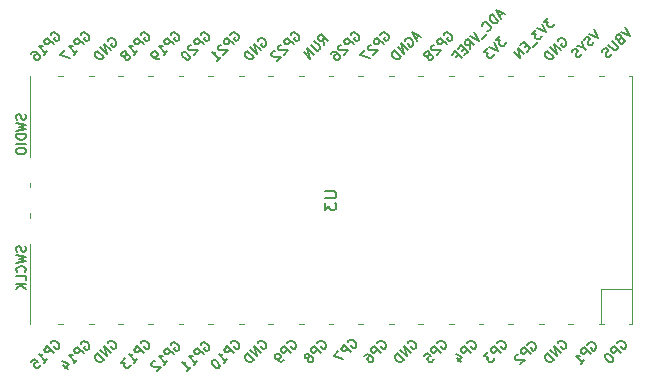
<source format=gbr>
%TF.GenerationSoftware,KiCad,Pcbnew,7.0.6*%
%TF.CreationDate,2023-07-14T20:33:36-05:00*%
%TF.ProjectId,RTD,5254442e-6b69-4636-9164-5f7063625858,rev?*%
%TF.SameCoordinates,Original*%
%TF.FileFunction,Legend,Bot*%
%TF.FilePolarity,Positive*%
%FSLAX46Y46*%
G04 Gerber Fmt 4.6, Leading zero omitted, Abs format (unit mm)*
G04 Created by KiCad (PCBNEW 7.0.6) date 2023-07-14 20:33:36*
%MOMM*%
%LPD*%
G01*
G04 APERTURE LIST*
%ADD10C,0.150000*%
%ADD11C,0.120000*%
G04 APERTURE END LIST*
D10*
X149444819Y-106318095D02*
X150254342Y-106318095D01*
X150254342Y-106318095D02*
X150349580Y-106365714D01*
X150349580Y-106365714D02*
X150397200Y-106413333D01*
X150397200Y-106413333D02*
X150444819Y-106508571D01*
X150444819Y-106508571D02*
X150444819Y-106699047D01*
X150444819Y-106699047D02*
X150397200Y-106794285D01*
X150397200Y-106794285D02*
X150349580Y-106841904D01*
X150349580Y-106841904D02*
X150254342Y-106889523D01*
X150254342Y-106889523D02*
X149444819Y-106889523D01*
X149444819Y-107270476D02*
X149444819Y-107889523D01*
X149444819Y-107889523D02*
X149825771Y-107556190D01*
X149825771Y-107556190D02*
X149825771Y-107699047D01*
X149825771Y-107699047D02*
X149873390Y-107794285D01*
X149873390Y-107794285D02*
X149921009Y-107841904D01*
X149921009Y-107841904D02*
X150016247Y-107889523D01*
X150016247Y-107889523D02*
X150254342Y-107889523D01*
X150254342Y-107889523D02*
X150349580Y-107841904D01*
X150349580Y-107841904D02*
X150397200Y-107794285D01*
X150397200Y-107794285D02*
X150444819Y-107699047D01*
X150444819Y-107699047D02*
X150444819Y-107413333D01*
X150444819Y-107413333D02*
X150397200Y-107318095D01*
X150397200Y-107318095D02*
X150349580Y-107270476D01*
X126250868Y-93069998D02*
X126277805Y-92989185D01*
X126277805Y-92989185D02*
X126358618Y-92908373D01*
X126358618Y-92908373D02*
X126466367Y-92854498D01*
X126466367Y-92854498D02*
X126574117Y-92854498D01*
X126574117Y-92854498D02*
X126654929Y-92881436D01*
X126654929Y-92881436D02*
X126789616Y-92962248D01*
X126789616Y-92962248D02*
X126870428Y-93043060D01*
X126870428Y-93043060D02*
X126951241Y-93177747D01*
X126951241Y-93177747D02*
X126978178Y-93258560D01*
X126978178Y-93258560D02*
X126978178Y-93366309D01*
X126978178Y-93366309D02*
X126924303Y-93474059D01*
X126924303Y-93474059D02*
X126870428Y-93527934D01*
X126870428Y-93527934D02*
X126762679Y-93581808D01*
X126762679Y-93581808D02*
X126708804Y-93581808D01*
X126708804Y-93581808D02*
X126520242Y-93393247D01*
X126520242Y-93393247D02*
X126627992Y-93285497D01*
X126520242Y-93878120D02*
X125954557Y-93312434D01*
X125954557Y-93312434D02*
X125739057Y-93527934D01*
X125739057Y-93527934D02*
X125712120Y-93608746D01*
X125712120Y-93608746D02*
X125712120Y-93662621D01*
X125712120Y-93662621D02*
X125739057Y-93743433D01*
X125739057Y-93743433D02*
X125819870Y-93824245D01*
X125819870Y-93824245D02*
X125900682Y-93851182D01*
X125900682Y-93851182D02*
X125954557Y-93851182D01*
X125954557Y-93851182D02*
X126035369Y-93824245D01*
X126035369Y-93824245D02*
X126250868Y-93608746D01*
X125658245Y-94740117D02*
X125981494Y-94416868D01*
X125819870Y-94578492D02*
X125254184Y-94012807D01*
X125254184Y-94012807D02*
X125388871Y-94039744D01*
X125388871Y-94039744D02*
X125496621Y-94039744D01*
X125496621Y-94039744D02*
X125577433Y-94012807D01*
X124607686Y-94659305D02*
X124715436Y-94551555D01*
X124715436Y-94551555D02*
X124796248Y-94524618D01*
X124796248Y-94524618D02*
X124850123Y-94524618D01*
X124850123Y-94524618D02*
X124984810Y-94551555D01*
X124984810Y-94551555D02*
X125119497Y-94632367D01*
X125119497Y-94632367D02*
X125334996Y-94847866D01*
X125334996Y-94847866D02*
X125361934Y-94928679D01*
X125361934Y-94928679D02*
X125361934Y-94982553D01*
X125361934Y-94982553D02*
X125334996Y-95063366D01*
X125334996Y-95063366D02*
X125227247Y-95171115D01*
X125227247Y-95171115D02*
X125146434Y-95198053D01*
X125146434Y-95198053D02*
X125092560Y-95198053D01*
X125092560Y-95198053D02*
X125011747Y-95171115D01*
X125011747Y-95171115D02*
X124877060Y-95036428D01*
X124877060Y-95036428D02*
X124850123Y-94955616D01*
X124850123Y-94955616D02*
X124850123Y-94901741D01*
X124850123Y-94901741D02*
X124877060Y-94820929D01*
X124877060Y-94820929D02*
X124984810Y-94713179D01*
X124984810Y-94713179D02*
X125065622Y-94686242D01*
X125065622Y-94686242D02*
X125119497Y-94686242D01*
X125119497Y-94686242D02*
X125200309Y-94713179D01*
X143788431Y-93566435D02*
X143815368Y-93485623D01*
X143815368Y-93485623D02*
X143896180Y-93404811D01*
X143896180Y-93404811D02*
X144003930Y-93350936D01*
X144003930Y-93350936D02*
X144111680Y-93350936D01*
X144111680Y-93350936D02*
X144192492Y-93377873D01*
X144192492Y-93377873D02*
X144327179Y-93458685D01*
X144327179Y-93458685D02*
X144407991Y-93539498D01*
X144407991Y-93539498D02*
X144488803Y-93674185D01*
X144488803Y-93674185D02*
X144515741Y-93754997D01*
X144515741Y-93754997D02*
X144515741Y-93862746D01*
X144515741Y-93862746D02*
X144461866Y-93970496D01*
X144461866Y-93970496D02*
X144407991Y-94024371D01*
X144407991Y-94024371D02*
X144300241Y-94078246D01*
X144300241Y-94078246D02*
X144246367Y-94078246D01*
X144246367Y-94078246D02*
X144057805Y-93889684D01*
X144057805Y-93889684D02*
X144165554Y-93781934D01*
X144057805Y-94374557D02*
X143492119Y-93808872D01*
X143492119Y-93808872D02*
X143734556Y-94697806D01*
X143734556Y-94697806D02*
X143168871Y-94132120D01*
X143465182Y-94967180D02*
X142899497Y-94401494D01*
X142899497Y-94401494D02*
X142764810Y-94536181D01*
X142764810Y-94536181D02*
X142710935Y-94643931D01*
X142710935Y-94643931D02*
X142710935Y-94751680D01*
X142710935Y-94751680D02*
X142737872Y-94832493D01*
X142737872Y-94832493D02*
X142818685Y-94967180D01*
X142818685Y-94967180D02*
X142899497Y-95047992D01*
X142899497Y-95047992D02*
X143034184Y-95128804D01*
X143034184Y-95128804D02*
X143114996Y-95155741D01*
X143114996Y-95155741D02*
X143222746Y-95155741D01*
X143222746Y-95155741D02*
X143330495Y-95101867D01*
X143330495Y-95101867D02*
X143465182Y-94967180D01*
X133870868Y-93069998D02*
X133897805Y-92989185D01*
X133897805Y-92989185D02*
X133978618Y-92908373D01*
X133978618Y-92908373D02*
X134086367Y-92854498D01*
X134086367Y-92854498D02*
X134194117Y-92854498D01*
X134194117Y-92854498D02*
X134274929Y-92881436D01*
X134274929Y-92881436D02*
X134409616Y-92962248D01*
X134409616Y-92962248D02*
X134490428Y-93043060D01*
X134490428Y-93043060D02*
X134571241Y-93177747D01*
X134571241Y-93177747D02*
X134598178Y-93258560D01*
X134598178Y-93258560D02*
X134598178Y-93366309D01*
X134598178Y-93366309D02*
X134544303Y-93474059D01*
X134544303Y-93474059D02*
X134490428Y-93527934D01*
X134490428Y-93527934D02*
X134382679Y-93581808D01*
X134382679Y-93581808D02*
X134328804Y-93581808D01*
X134328804Y-93581808D02*
X134140242Y-93393247D01*
X134140242Y-93393247D02*
X134247992Y-93285497D01*
X134140242Y-93878120D02*
X133574557Y-93312434D01*
X133574557Y-93312434D02*
X133359057Y-93527934D01*
X133359057Y-93527934D02*
X133332120Y-93608746D01*
X133332120Y-93608746D02*
X133332120Y-93662621D01*
X133332120Y-93662621D02*
X133359057Y-93743433D01*
X133359057Y-93743433D02*
X133439870Y-93824245D01*
X133439870Y-93824245D02*
X133520682Y-93851182D01*
X133520682Y-93851182D02*
X133574557Y-93851182D01*
X133574557Y-93851182D02*
X133655369Y-93824245D01*
X133655369Y-93824245D02*
X133870868Y-93608746D01*
X133278245Y-94740117D02*
X133601494Y-94416868D01*
X133439870Y-94578492D02*
X132874184Y-94012807D01*
X132874184Y-94012807D02*
X133008871Y-94039744D01*
X133008871Y-94039744D02*
X133116621Y-94039744D01*
X133116621Y-94039744D02*
X133197433Y-94012807D01*
X132631747Y-94740117D02*
X132658685Y-94659305D01*
X132658685Y-94659305D02*
X132658685Y-94605430D01*
X132658685Y-94605430D02*
X132631747Y-94524618D01*
X132631747Y-94524618D02*
X132604810Y-94497680D01*
X132604810Y-94497680D02*
X132523998Y-94470743D01*
X132523998Y-94470743D02*
X132470123Y-94470743D01*
X132470123Y-94470743D02*
X132389311Y-94497680D01*
X132389311Y-94497680D02*
X132281561Y-94605430D01*
X132281561Y-94605430D02*
X132254624Y-94686242D01*
X132254624Y-94686242D02*
X132254624Y-94740117D01*
X132254624Y-94740117D02*
X132281561Y-94820929D01*
X132281561Y-94820929D02*
X132308499Y-94847866D01*
X132308499Y-94847866D02*
X132389311Y-94874804D01*
X132389311Y-94874804D02*
X132443186Y-94874804D01*
X132443186Y-94874804D02*
X132523998Y-94847866D01*
X132523998Y-94847866D02*
X132631747Y-94740117D01*
X132631747Y-94740117D02*
X132712560Y-94713179D01*
X132712560Y-94713179D02*
X132766434Y-94713179D01*
X132766434Y-94713179D02*
X132847247Y-94740117D01*
X132847247Y-94740117D02*
X132954996Y-94847866D01*
X132954996Y-94847866D02*
X132981934Y-94928679D01*
X132981934Y-94928679D02*
X132981934Y-94982553D01*
X132981934Y-94982553D02*
X132954996Y-95063366D01*
X132954996Y-95063366D02*
X132847247Y-95171115D01*
X132847247Y-95171115D02*
X132766434Y-95198053D01*
X132766434Y-95198053D02*
X132712560Y-95198053D01*
X132712560Y-95198053D02*
X132631747Y-95171115D01*
X132631747Y-95171115D02*
X132523998Y-95063366D01*
X132523998Y-95063366D02*
X132497060Y-94982553D01*
X132497060Y-94982553D02*
X132497060Y-94928679D01*
X132497060Y-94928679D02*
X132523998Y-94847866D01*
X151411494Y-119093372D02*
X151438431Y-119012560D01*
X151438431Y-119012560D02*
X151519243Y-118931748D01*
X151519243Y-118931748D02*
X151626993Y-118877873D01*
X151626993Y-118877873D02*
X151734742Y-118877873D01*
X151734742Y-118877873D02*
X151815555Y-118904810D01*
X151815555Y-118904810D02*
X151950242Y-118985623D01*
X151950242Y-118985623D02*
X152031054Y-119066435D01*
X152031054Y-119066435D02*
X152111866Y-119201122D01*
X152111866Y-119201122D02*
X152138803Y-119281934D01*
X152138803Y-119281934D02*
X152138803Y-119389684D01*
X152138803Y-119389684D02*
X152084929Y-119497433D01*
X152084929Y-119497433D02*
X152031054Y-119551308D01*
X152031054Y-119551308D02*
X151923304Y-119605183D01*
X151923304Y-119605183D02*
X151869429Y-119605183D01*
X151869429Y-119605183D02*
X151680868Y-119416621D01*
X151680868Y-119416621D02*
X151788617Y-119308871D01*
X151680868Y-119901494D02*
X151115182Y-119335809D01*
X151115182Y-119335809D02*
X150899683Y-119551308D01*
X150899683Y-119551308D02*
X150872746Y-119632120D01*
X150872746Y-119632120D02*
X150872746Y-119685995D01*
X150872746Y-119685995D02*
X150899683Y-119766807D01*
X150899683Y-119766807D02*
X150980495Y-119847619D01*
X150980495Y-119847619D02*
X151061307Y-119874557D01*
X151061307Y-119874557D02*
X151115182Y-119874557D01*
X151115182Y-119874557D02*
X151195994Y-119847619D01*
X151195994Y-119847619D02*
X151411494Y-119632120D01*
X150603372Y-119847619D02*
X150226248Y-120224743D01*
X150226248Y-120224743D02*
X151034370Y-120547992D01*
X136410868Y-119323998D02*
X136437805Y-119243185D01*
X136437805Y-119243185D02*
X136518618Y-119162373D01*
X136518618Y-119162373D02*
X136626367Y-119108498D01*
X136626367Y-119108498D02*
X136734117Y-119108498D01*
X136734117Y-119108498D02*
X136814929Y-119135436D01*
X136814929Y-119135436D02*
X136949616Y-119216248D01*
X136949616Y-119216248D02*
X137030428Y-119297060D01*
X137030428Y-119297060D02*
X137111241Y-119431747D01*
X137111241Y-119431747D02*
X137138178Y-119512560D01*
X137138178Y-119512560D02*
X137138178Y-119620309D01*
X137138178Y-119620309D02*
X137084303Y-119728059D01*
X137084303Y-119728059D02*
X137030428Y-119781934D01*
X137030428Y-119781934D02*
X136922679Y-119835808D01*
X136922679Y-119835808D02*
X136868804Y-119835808D01*
X136868804Y-119835808D02*
X136680242Y-119647247D01*
X136680242Y-119647247D02*
X136787992Y-119539497D01*
X136680242Y-120132120D02*
X136114557Y-119566434D01*
X136114557Y-119566434D02*
X135899057Y-119781934D01*
X135899057Y-119781934D02*
X135872120Y-119862746D01*
X135872120Y-119862746D02*
X135872120Y-119916621D01*
X135872120Y-119916621D02*
X135899057Y-119997433D01*
X135899057Y-119997433D02*
X135979870Y-120078245D01*
X135979870Y-120078245D02*
X136060682Y-120105182D01*
X136060682Y-120105182D02*
X136114557Y-120105182D01*
X136114557Y-120105182D02*
X136195369Y-120078245D01*
X136195369Y-120078245D02*
X136410868Y-119862746D01*
X135818245Y-120994117D02*
X136141494Y-120670868D01*
X135979870Y-120832492D02*
X135414184Y-120266807D01*
X135414184Y-120266807D02*
X135548871Y-120293744D01*
X135548871Y-120293744D02*
X135656621Y-120293744D01*
X135656621Y-120293744D02*
X135737433Y-120266807D01*
X135090935Y-120697805D02*
X135037060Y-120697805D01*
X135037060Y-120697805D02*
X134956248Y-120724743D01*
X134956248Y-120724743D02*
X134821561Y-120859430D01*
X134821561Y-120859430D02*
X134794624Y-120940242D01*
X134794624Y-120940242D02*
X134794624Y-120994117D01*
X134794624Y-120994117D02*
X134821561Y-121074929D01*
X134821561Y-121074929D02*
X134875436Y-121128804D01*
X134875436Y-121128804D02*
X134983186Y-121182679D01*
X134983186Y-121182679D02*
X135629683Y-121182679D01*
X135629683Y-121182679D02*
X135279497Y-121532865D01*
X136410868Y-93069998D02*
X136437805Y-92989185D01*
X136437805Y-92989185D02*
X136518618Y-92908373D01*
X136518618Y-92908373D02*
X136626367Y-92854498D01*
X136626367Y-92854498D02*
X136734117Y-92854498D01*
X136734117Y-92854498D02*
X136814929Y-92881436D01*
X136814929Y-92881436D02*
X136949616Y-92962248D01*
X136949616Y-92962248D02*
X137030428Y-93043060D01*
X137030428Y-93043060D02*
X137111241Y-93177747D01*
X137111241Y-93177747D02*
X137138178Y-93258560D01*
X137138178Y-93258560D02*
X137138178Y-93366309D01*
X137138178Y-93366309D02*
X137084303Y-93474059D01*
X137084303Y-93474059D02*
X137030428Y-93527934D01*
X137030428Y-93527934D02*
X136922679Y-93581808D01*
X136922679Y-93581808D02*
X136868804Y-93581808D01*
X136868804Y-93581808D02*
X136680242Y-93393247D01*
X136680242Y-93393247D02*
X136787992Y-93285497D01*
X136680242Y-93878120D02*
X136114557Y-93312434D01*
X136114557Y-93312434D02*
X135899057Y-93527934D01*
X135899057Y-93527934D02*
X135872120Y-93608746D01*
X135872120Y-93608746D02*
X135872120Y-93662621D01*
X135872120Y-93662621D02*
X135899057Y-93743433D01*
X135899057Y-93743433D02*
X135979870Y-93824245D01*
X135979870Y-93824245D02*
X136060682Y-93851182D01*
X136060682Y-93851182D02*
X136114557Y-93851182D01*
X136114557Y-93851182D02*
X136195369Y-93824245D01*
X136195369Y-93824245D02*
X136410868Y-93608746D01*
X135818245Y-94740117D02*
X136141494Y-94416868D01*
X135979870Y-94578492D02*
X135414184Y-94012807D01*
X135414184Y-94012807D02*
X135548871Y-94039744D01*
X135548871Y-94039744D02*
X135656621Y-94039744D01*
X135656621Y-94039744D02*
X135737433Y-94012807D01*
X135548871Y-95009491D02*
X135441121Y-95117240D01*
X135441121Y-95117240D02*
X135360309Y-95144178D01*
X135360309Y-95144178D02*
X135306434Y-95144178D01*
X135306434Y-95144178D02*
X135171747Y-95117240D01*
X135171747Y-95117240D02*
X135037060Y-95036428D01*
X135037060Y-95036428D02*
X134821561Y-94820929D01*
X134821561Y-94820929D02*
X134794624Y-94740117D01*
X134794624Y-94740117D02*
X134794624Y-94686242D01*
X134794624Y-94686242D02*
X134821561Y-94605430D01*
X134821561Y-94605430D02*
X134929311Y-94497680D01*
X134929311Y-94497680D02*
X135010123Y-94470743D01*
X135010123Y-94470743D02*
X135063998Y-94470743D01*
X135063998Y-94470743D02*
X135144810Y-94497680D01*
X135144810Y-94497680D02*
X135279497Y-94632367D01*
X135279497Y-94632367D02*
X135306434Y-94713179D01*
X135306434Y-94713179D02*
X135306434Y-94767054D01*
X135306434Y-94767054D02*
X135279497Y-94847866D01*
X135279497Y-94847866D02*
X135171747Y-94955616D01*
X135171747Y-94955616D02*
X135090935Y-94982553D01*
X135090935Y-94982553D02*
X135037060Y-94982553D01*
X135037060Y-94982553D02*
X134956248Y-94955616D01*
X164280868Y-93170123D02*
X163930682Y-93520309D01*
X163930682Y-93520309D02*
X164334743Y-93547247D01*
X164334743Y-93547247D02*
X164253931Y-93628059D01*
X164253931Y-93628059D02*
X164226993Y-93708871D01*
X164226993Y-93708871D02*
X164226993Y-93762746D01*
X164226993Y-93762746D02*
X164253931Y-93843558D01*
X164253931Y-93843558D02*
X164388618Y-93978245D01*
X164388618Y-93978245D02*
X164469430Y-94005182D01*
X164469430Y-94005182D02*
X164523305Y-94005182D01*
X164523305Y-94005182D02*
X164604117Y-93978245D01*
X164604117Y-93978245D02*
X164765741Y-93816621D01*
X164765741Y-93816621D02*
X164792679Y-93735808D01*
X164792679Y-93735808D02*
X164792679Y-93681934D01*
X163769057Y-93681934D02*
X164146181Y-94436181D01*
X164146181Y-94436181D02*
X163391934Y-94059057D01*
X163257247Y-94193744D02*
X162907061Y-94543930D01*
X162907061Y-94543930D02*
X163311122Y-94570868D01*
X163311122Y-94570868D02*
X163230309Y-94651680D01*
X163230309Y-94651680D02*
X163203372Y-94732492D01*
X163203372Y-94732492D02*
X163203372Y-94786367D01*
X163203372Y-94786367D02*
X163230309Y-94867179D01*
X163230309Y-94867179D02*
X163364996Y-95001866D01*
X163364996Y-95001866D02*
X163445809Y-95028804D01*
X163445809Y-95028804D02*
X163499683Y-95028804D01*
X163499683Y-95028804D02*
X163580496Y-95001866D01*
X163580496Y-95001866D02*
X163742120Y-94840242D01*
X163742120Y-94840242D02*
X163769057Y-94759430D01*
X163769057Y-94759430D02*
X163769057Y-94705555D01*
X164081494Y-119193372D02*
X164108431Y-119112560D01*
X164108431Y-119112560D02*
X164189243Y-119031748D01*
X164189243Y-119031748D02*
X164296993Y-118977873D01*
X164296993Y-118977873D02*
X164404742Y-118977873D01*
X164404742Y-118977873D02*
X164485555Y-119004810D01*
X164485555Y-119004810D02*
X164620242Y-119085623D01*
X164620242Y-119085623D02*
X164701054Y-119166435D01*
X164701054Y-119166435D02*
X164781866Y-119301122D01*
X164781866Y-119301122D02*
X164808803Y-119381934D01*
X164808803Y-119381934D02*
X164808803Y-119489684D01*
X164808803Y-119489684D02*
X164754929Y-119597433D01*
X164754929Y-119597433D02*
X164701054Y-119651308D01*
X164701054Y-119651308D02*
X164593304Y-119705183D01*
X164593304Y-119705183D02*
X164539429Y-119705183D01*
X164539429Y-119705183D02*
X164350868Y-119516621D01*
X164350868Y-119516621D02*
X164458617Y-119408871D01*
X164350868Y-120001494D02*
X163785182Y-119435809D01*
X163785182Y-119435809D02*
X163569683Y-119651308D01*
X163569683Y-119651308D02*
X163542746Y-119732120D01*
X163542746Y-119732120D02*
X163542746Y-119785995D01*
X163542746Y-119785995D02*
X163569683Y-119866807D01*
X163569683Y-119866807D02*
X163650495Y-119947619D01*
X163650495Y-119947619D02*
X163731307Y-119974557D01*
X163731307Y-119974557D02*
X163785182Y-119974557D01*
X163785182Y-119974557D02*
X163865994Y-119947619D01*
X163865994Y-119947619D02*
X164081494Y-119732120D01*
X163273372Y-119947619D02*
X162923185Y-120297806D01*
X162923185Y-120297806D02*
X163327246Y-120324743D01*
X163327246Y-120324743D02*
X163246434Y-120405555D01*
X163246434Y-120405555D02*
X163219497Y-120486367D01*
X163219497Y-120486367D02*
X163219497Y-120540242D01*
X163219497Y-120540242D02*
X163246434Y-120621054D01*
X163246434Y-120621054D02*
X163381121Y-120755741D01*
X163381121Y-120755741D02*
X163461933Y-120782679D01*
X163461933Y-120782679D02*
X163515808Y-120782679D01*
X163515808Y-120782679D02*
X163596620Y-120755741D01*
X163596620Y-120755741D02*
X163758245Y-120594117D01*
X163758245Y-120594117D02*
X163785182Y-120513305D01*
X163785182Y-120513305D02*
X163785182Y-120459430D01*
X159001494Y-119193372D02*
X159028431Y-119112560D01*
X159028431Y-119112560D02*
X159109243Y-119031748D01*
X159109243Y-119031748D02*
X159216993Y-118977873D01*
X159216993Y-118977873D02*
X159324742Y-118977873D01*
X159324742Y-118977873D02*
X159405555Y-119004810D01*
X159405555Y-119004810D02*
X159540242Y-119085623D01*
X159540242Y-119085623D02*
X159621054Y-119166435D01*
X159621054Y-119166435D02*
X159701866Y-119301122D01*
X159701866Y-119301122D02*
X159728803Y-119381934D01*
X159728803Y-119381934D02*
X159728803Y-119489684D01*
X159728803Y-119489684D02*
X159674929Y-119597433D01*
X159674929Y-119597433D02*
X159621054Y-119651308D01*
X159621054Y-119651308D02*
X159513304Y-119705183D01*
X159513304Y-119705183D02*
X159459429Y-119705183D01*
X159459429Y-119705183D02*
X159270868Y-119516621D01*
X159270868Y-119516621D02*
X159378617Y-119408871D01*
X159270868Y-120001494D02*
X158705182Y-119435809D01*
X158705182Y-119435809D02*
X158489683Y-119651308D01*
X158489683Y-119651308D02*
X158462746Y-119732120D01*
X158462746Y-119732120D02*
X158462746Y-119785995D01*
X158462746Y-119785995D02*
X158489683Y-119866807D01*
X158489683Y-119866807D02*
X158570495Y-119947619D01*
X158570495Y-119947619D02*
X158651307Y-119974557D01*
X158651307Y-119974557D02*
X158705182Y-119974557D01*
X158705182Y-119974557D02*
X158785994Y-119947619D01*
X158785994Y-119947619D02*
X159001494Y-119732120D01*
X157870123Y-120270868D02*
X158139497Y-120001494D01*
X158139497Y-120001494D02*
X158435808Y-120243931D01*
X158435808Y-120243931D02*
X158381933Y-120243931D01*
X158381933Y-120243931D02*
X158301121Y-120270868D01*
X158301121Y-120270868D02*
X158166434Y-120405555D01*
X158166434Y-120405555D02*
X158139497Y-120486367D01*
X158139497Y-120486367D02*
X158139497Y-120540242D01*
X158139497Y-120540242D02*
X158166434Y-120621054D01*
X158166434Y-120621054D02*
X158301121Y-120755741D01*
X158301121Y-120755741D02*
X158381933Y-120782679D01*
X158381933Y-120782679D02*
X158435808Y-120782679D01*
X158435808Y-120782679D02*
X158516620Y-120755741D01*
X158516620Y-120755741D02*
X158651307Y-120621054D01*
X158651307Y-120621054D02*
X158678245Y-120540242D01*
X158678245Y-120540242D02*
X158678245Y-120486367D01*
X148841494Y-119193372D02*
X148868431Y-119112560D01*
X148868431Y-119112560D02*
X148949243Y-119031748D01*
X148949243Y-119031748D02*
X149056993Y-118977873D01*
X149056993Y-118977873D02*
X149164742Y-118977873D01*
X149164742Y-118977873D02*
X149245555Y-119004810D01*
X149245555Y-119004810D02*
X149380242Y-119085623D01*
X149380242Y-119085623D02*
X149461054Y-119166435D01*
X149461054Y-119166435D02*
X149541866Y-119301122D01*
X149541866Y-119301122D02*
X149568803Y-119381934D01*
X149568803Y-119381934D02*
X149568803Y-119489684D01*
X149568803Y-119489684D02*
X149514929Y-119597433D01*
X149514929Y-119597433D02*
X149461054Y-119651308D01*
X149461054Y-119651308D02*
X149353304Y-119705183D01*
X149353304Y-119705183D02*
X149299429Y-119705183D01*
X149299429Y-119705183D02*
X149110868Y-119516621D01*
X149110868Y-119516621D02*
X149218617Y-119408871D01*
X149110868Y-120001494D02*
X148545182Y-119435809D01*
X148545182Y-119435809D02*
X148329683Y-119651308D01*
X148329683Y-119651308D02*
X148302746Y-119732120D01*
X148302746Y-119732120D02*
X148302746Y-119785995D01*
X148302746Y-119785995D02*
X148329683Y-119866807D01*
X148329683Y-119866807D02*
X148410495Y-119947619D01*
X148410495Y-119947619D02*
X148491307Y-119974557D01*
X148491307Y-119974557D02*
X148545182Y-119974557D01*
X148545182Y-119974557D02*
X148625994Y-119947619D01*
X148625994Y-119947619D02*
X148841494Y-119732120D01*
X148141121Y-120324743D02*
X148168059Y-120243931D01*
X148168059Y-120243931D02*
X148168059Y-120190056D01*
X148168059Y-120190056D02*
X148141121Y-120109244D01*
X148141121Y-120109244D02*
X148114184Y-120082306D01*
X148114184Y-120082306D02*
X148033372Y-120055369D01*
X148033372Y-120055369D02*
X147979497Y-120055369D01*
X147979497Y-120055369D02*
X147898685Y-120082306D01*
X147898685Y-120082306D02*
X147790935Y-120190056D01*
X147790935Y-120190056D02*
X147763998Y-120270868D01*
X147763998Y-120270868D02*
X147763998Y-120324743D01*
X147763998Y-120324743D02*
X147790935Y-120405555D01*
X147790935Y-120405555D02*
X147817872Y-120432493D01*
X147817872Y-120432493D02*
X147898685Y-120459430D01*
X147898685Y-120459430D02*
X147952559Y-120459430D01*
X147952559Y-120459430D02*
X148033372Y-120432493D01*
X148033372Y-120432493D02*
X148141121Y-120324743D01*
X148141121Y-120324743D02*
X148221933Y-120297806D01*
X148221933Y-120297806D02*
X148275808Y-120297806D01*
X148275808Y-120297806D02*
X148356620Y-120324743D01*
X148356620Y-120324743D02*
X148464370Y-120432493D01*
X148464370Y-120432493D02*
X148491307Y-120513305D01*
X148491307Y-120513305D02*
X148491307Y-120567180D01*
X148491307Y-120567180D02*
X148464370Y-120647992D01*
X148464370Y-120647992D02*
X148356620Y-120755741D01*
X148356620Y-120755741D02*
X148275808Y-120782679D01*
X148275808Y-120782679D02*
X148221933Y-120782679D01*
X148221933Y-120782679D02*
X148141121Y-120755741D01*
X148141121Y-120755741D02*
X148033372Y-120647992D01*
X148033372Y-120647992D02*
X148006434Y-120567180D01*
X148006434Y-120567180D02*
X148006434Y-120513305D01*
X148006434Y-120513305D02*
X148033372Y-120432493D01*
X128790868Y-119223998D02*
X128817805Y-119143185D01*
X128817805Y-119143185D02*
X128898618Y-119062373D01*
X128898618Y-119062373D02*
X129006367Y-119008498D01*
X129006367Y-119008498D02*
X129114117Y-119008498D01*
X129114117Y-119008498D02*
X129194929Y-119035436D01*
X129194929Y-119035436D02*
X129329616Y-119116248D01*
X129329616Y-119116248D02*
X129410428Y-119197060D01*
X129410428Y-119197060D02*
X129491241Y-119331747D01*
X129491241Y-119331747D02*
X129518178Y-119412560D01*
X129518178Y-119412560D02*
X129518178Y-119520309D01*
X129518178Y-119520309D02*
X129464303Y-119628059D01*
X129464303Y-119628059D02*
X129410428Y-119681934D01*
X129410428Y-119681934D02*
X129302679Y-119735808D01*
X129302679Y-119735808D02*
X129248804Y-119735808D01*
X129248804Y-119735808D02*
X129060242Y-119547247D01*
X129060242Y-119547247D02*
X129167992Y-119439497D01*
X129060242Y-120032120D02*
X128494557Y-119466434D01*
X128494557Y-119466434D02*
X128279057Y-119681934D01*
X128279057Y-119681934D02*
X128252120Y-119762746D01*
X128252120Y-119762746D02*
X128252120Y-119816621D01*
X128252120Y-119816621D02*
X128279057Y-119897433D01*
X128279057Y-119897433D02*
X128359870Y-119978245D01*
X128359870Y-119978245D02*
X128440682Y-120005182D01*
X128440682Y-120005182D02*
X128494557Y-120005182D01*
X128494557Y-120005182D02*
X128575369Y-119978245D01*
X128575369Y-119978245D02*
X128790868Y-119762746D01*
X128198245Y-120894117D02*
X128521494Y-120570868D01*
X128359870Y-120732492D02*
X127794184Y-120166807D01*
X127794184Y-120166807D02*
X127928871Y-120193744D01*
X127928871Y-120193744D02*
X128036621Y-120193744D01*
X128036621Y-120193744D02*
X128117433Y-120166807D01*
X127336248Y-121001866D02*
X127713372Y-121378990D01*
X127255436Y-120651680D02*
X127794184Y-120921054D01*
X127794184Y-120921054D02*
X127443998Y-121271240D01*
X146570868Y-93069998D02*
X146597805Y-92989185D01*
X146597805Y-92989185D02*
X146678618Y-92908373D01*
X146678618Y-92908373D02*
X146786367Y-92854498D01*
X146786367Y-92854498D02*
X146894117Y-92854498D01*
X146894117Y-92854498D02*
X146974929Y-92881436D01*
X146974929Y-92881436D02*
X147109616Y-92962248D01*
X147109616Y-92962248D02*
X147190428Y-93043060D01*
X147190428Y-93043060D02*
X147271241Y-93177747D01*
X147271241Y-93177747D02*
X147298178Y-93258560D01*
X147298178Y-93258560D02*
X147298178Y-93366309D01*
X147298178Y-93366309D02*
X147244303Y-93474059D01*
X147244303Y-93474059D02*
X147190428Y-93527934D01*
X147190428Y-93527934D02*
X147082679Y-93581808D01*
X147082679Y-93581808D02*
X147028804Y-93581808D01*
X147028804Y-93581808D02*
X146840242Y-93393247D01*
X146840242Y-93393247D02*
X146947992Y-93285497D01*
X146840242Y-93878120D02*
X146274557Y-93312434D01*
X146274557Y-93312434D02*
X146059057Y-93527934D01*
X146059057Y-93527934D02*
X146032120Y-93608746D01*
X146032120Y-93608746D02*
X146032120Y-93662621D01*
X146032120Y-93662621D02*
X146059057Y-93743433D01*
X146059057Y-93743433D02*
X146139870Y-93824245D01*
X146139870Y-93824245D02*
X146220682Y-93851182D01*
X146220682Y-93851182D02*
X146274557Y-93851182D01*
X146274557Y-93851182D02*
X146355369Y-93824245D01*
X146355369Y-93824245D02*
X146570868Y-93608746D01*
X145789683Y-93905057D02*
X145735809Y-93905057D01*
X145735809Y-93905057D02*
X145654996Y-93931995D01*
X145654996Y-93931995D02*
X145520309Y-94066682D01*
X145520309Y-94066682D02*
X145493372Y-94147494D01*
X145493372Y-94147494D02*
X145493372Y-94201369D01*
X145493372Y-94201369D02*
X145520309Y-94282181D01*
X145520309Y-94282181D02*
X145574184Y-94336056D01*
X145574184Y-94336056D02*
X145681934Y-94389930D01*
X145681934Y-94389930D02*
X146328431Y-94389930D01*
X146328431Y-94389930D02*
X145978245Y-94740117D01*
X145250935Y-94443805D02*
X145197060Y-94443805D01*
X145197060Y-94443805D02*
X145116248Y-94470743D01*
X145116248Y-94470743D02*
X144981561Y-94605430D01*
X144981561Y-94605430D02*
X144954624Y-94686242D01*
X144954624Y-94686242D02*
X144954624Y-94740117D01*
X144954624Y-94740117D02*
X144981561Y-94820929D01*
X144981561Y-94820929D02*
X145035436Y-94874804D01*
X145035436Y-94874804D02*
X145143186Y-94928679D01*
X145143186Y-94928679D02*
X145789683Y-94928679D01*
X145789683Y-94928679D02*
X145439497Y-95278865D01*
X157431240Y-93123873D02*
X157161866Y-93393247D01*
X157646739Y-93231623D02*
X156892492Y-92854499D01*
X156892492Y-92854499D02*
X157269615Y-93608746D01*
X156245994Y-93554871D02*
X156272932Y-93474059D01*
X156272932Y-93474059D02*
X156353744Y-93393247D01*
X156353744Y-93393247D02*
X156461494Y-93339372D01*
X156461494Y-93339372D02*
X156569243Y-93339372D01*
X156569243Y-93339372D02*
X156650055Y-93366310D01*
X156650055Y-93366310D02*
X156784742Y-93447122D01*
X156784742Y-93447122D02*
X156865555Y-93527934D01*
X156865555Y-93527934D02*
X156946367Y-93662621D01*
X156946367Y-93662621D02*
X156973304Y-93743433D01*
X156973304Y-93743433D02*
X156973304Y-93851183D01*
X156973304Y-93851183D02*
X156919429Y-93958932D01*
X156919429Y-93958932D02*
X156865555Y-94012807D01*
X156865555Y-94012807D02*
X156757805Y-94066682D01*
X156757805Y-94066682D02*
X156703930Y-94066682D01*
X156703930Y-94066682D02*
X156515368Y-93878120D01*
X156515368Y-93878120D02*
X156623118Y-93770371D01*
X156515368Y-94362993D02*
X155949683Y-93797308D01*
X155949683Y-93797308D02*
X156192120Y-94686242D01*
X156192120Y-94686242D02*
X155626434Y-94120557D01*
X155922746Y-94955616D02*
X155357060Y-94389931D01*
X155357060Y-94389931D02*
X155222373Y-94524618D01*
X155222373Y-94524618D02*
X155168498Y-94632367D01*
X155168498Y-94632367D02*
X155168498Y-94740117D01*
X155168498Y-94740117D02*
X155195436Y-94820929D01*
X155195436Y-94820929D02*
X155276248Y-94955616D01*
X155276248Y-94955616D02*
X155357060Y-95036428D01*
X155357060Y-95036428D02*
X155491747Y-95117241D01*
X155491747Y-95117241D02*
X155572560Y-95144178D01*
X155572560Y-95144178D02*
X155680309Y-95144178D01*
X155680309Y-95144178D02*
X155788059Y-95090303D01*
X155788059Y-95090303D02*
X155922746Y-94955616D01*
X149393710Y-93918651D02*
X149312898Y-93460716D01*
X149716959Y-93595403D02*
X149151274Y-93029717D01*
X149151274Y-93029717D02*
X148935775Y-93245216D01*
X148935775Y-93245216D02*
X148908837Y-93326029D01*
X148908837Y-93326029D02*
X148908837Y-93379903D01*
X148908837Y-93379903D02*
X148935775Y-93460716D01*
X148935775Y-93460716D02*
X149016587Y-93541528D01*
X149016587Y-93541528D02*
X149097399Y-93568465D01*
X149097399Y-93568465D02*
X149151274Y-93568465D01*
X149151274Y-93568465D02*
X149232086Y-93541528D01*
X149232086Y-93541528D02*
X149447585Y-93326029D01*
X148585588Y-93595403D02*
X149043524Y-94053338D01*
X149043524Y-94053338D02*
X149070462Y-94134151D01*
X149070462Y-94134151D02*
X149070462Y-94188025D01*
X149070462Y-94188025D02*
X149043524Y-94268838D01*
X149043524Y-94268838D02*
X148935775Y-94376587D01*
X148935775Y-94376587D02*
X148854962Y-94403525D01*
X148854962Y-94403525D02*
X148801088Y-94403525D01*
X148801088Y-94403525D02*
X148720275Y-94376587D01*
X148720275Y-94376587D02*
X148262340Y-93918651D01*
X148558651Y-94753711D02*
X147992966Y-94188025D01*
X147992966Y-94188025D02*
X148235402Y-95076959D01*
X148235402Y-95076959D02*
X147669717Y-94511274D01*
X171711494Y-119293372D02*
X171738431Y-119212560D01*
X171738431Y-119212560D02*
X171819243Y-119131748D01*
X171819243Y-119131748D02*
X171926993Y-119077873D01*
X171926993Y-119077873D02*
X172034742Y-119077873D01*
X172034742Y-119077873D02*
X172115555Y-119104810D01*
X172115555Y-119104810D02*
X172250242Y-119185623D01*
X172250242Y-119185623D02*
X172331054Y-119266435D01*
X172331054Y-119266435D02*
X172411866Y-119401122D01*
X172411866Y-119401122D02*
X172438803Y-119481934D01*
X172438803Y-119481934D02*
X172438803Y-119589684D01*
X172438803Y-119589684D02*
X172384929Y-119697433D01*
X172384929Y-119697433D02*
X172331054Y-119751308D01*
X172331054Y-119751308D02*
X172223304Y-119805183D01*
X172223304Y-119805183D02*
X172169429Y-119805183D01*
X172169429Y-119805183D02*
X171980868Y-119616621D01*
X171980868Y-119616621D02*
X172088617Y-119508871D01*
X171980868Y-120101494D02*
X171415182Y-119535809D01*
X171415182Y-119535809D02*
X171199683Y-119751308D01*
X171199683Y-119751308D02*
X171172746Y-119832120D01*
X171172746Y-119832120D02*
X171172746Y-119885995D01*
X171172746Y-119885995D02*
X171199683Y-119966807D01*
X171199683Y-119966807D02*
X171280495Y-120047619D01*
X171280495Y-120047619D02*
X171361307Y-120074557D01*
X171361307Y-120074557D02*
X171415182Y-120074557D01*
X171415182Y-120074557D02*
X171495994Y-120047619D01*
X171495994Y-120047619D02*
X171711494Y-119832120D01*
X171118871Y-120963491D02*
X171442120Y-120640242D01*
X171280495Y-120801867D02*
X170714810Y-120236181D01*
X170714810Y-120236181D02*
X170849497Y-120263119D01*
X170849497Y-120263119D02*
X170957246Y-120263119D01*
X170957246Y-120263119D02*
X171038059Y-120236181D01*
X124114200Y-99784761D02*
X124152295Y-99899047D01*
X124152295Y-99899047D02*
X124152295Y-100089523D01*
X124152295Y-100089523D02*
X124114200Y-100165714D01*
X124114200Y-100165714D02*
X124076104Y-100203809D01*
X124076104Y-100203809D02*
X123999914Y-100241904D01*
X123999914Y-100241904D02*
X123923723Y-100241904D01*
X123923723Y-100241904D02*
X123847533Y-100203809D01*
X123847533Y-100203809D02*
X123809438Y-100165714D01*
X123809438Y-100165714D02*
X123771342Y-100089523D01*
X123771342Y-100089523D02*
X123733247Y-99937142D01*
X123733247Y-99937142D02*
X123695152Y-99860952D01*
X123695152Y-99860952D02*
X123657057Y-99822857D01*
X123657057Y-99822857D02*
X123580866Y-99784761D01*
X123580866Y-99784761D02*
X123504676Y-99784761D01*
X123504676Y-99784761D02*
X123428485Y-99822857D01*
X123428485Y-99822857D02*
X123390390Y-99860952D01*
X123390390Y-99860952D02*
X123352295Y-99937142D01*
X123352295Y-99937142D02*
X123352295Y-100127619D01*
X123352295Y-100127619D02*
X123390390Y-100241904D01*
X123352295Y-100508571D02*
X124152295Y-100699047D01*
X124152295Y-100699047D02*
X123580866Y-100851428D01*
X123580866Y-100851428D02*
X124152295Y-101003809D01*
X124152295Y-101003809D02*
X123352295Y-101194286D01*
X124152295Y-101499048D02*
X123352295Y-101499048D01*
X123352295Y-101499048D02*
X123352295Y-101689524D01*
X123352295Y-101689524D02*
X123390390Y-101803810D01*
X123390390Y-101803810D02*
X123466580Y-101880000D01*
X123466580Y-101880000D02*
X123542771Y-101918095D01*
X123542771Y-101918095D02*
X123695152Y-101956191D01*
X123695152Y-101956191D02*
X123809438Y-101956191D01*
X123809438Y-101956191D02*
X123961819Y-101918095D01*
X123961819Y-101918095D02*
X124038009Y-101880000D01*
X124038009Y-101880000D02*
X124114200Y-101803810D01*
X124114200Y-101803810D02*
X124152295Y-101689524D01*
X124152295Y-101689524D02*
X124152295Y-101499048D01*
X124152295Y-102299048D02*
X123352295Y-102299048D01*
X123352295Y-102832381D02*
X123352295Y-102984762D01*
X123352295Y-102984762D02*
X123390390Y-103060952D01*
X123390390Y-103060952D02*
X123466580Y-103137143D01*
X123466580Y-103137143D02*
X123618961Y-103175238D01*
X123618961Y-103175238D02*
X123885628Y-103175238D01*
X123885628Y-103175238D02*
X124038009Y-103137143D01*
X124038009Y-103137143D02*
X124114200Y-103060952D01*
X124114200Y-103060952D02*
X124152295Y-102984762D01*
X124152295Y-102984762D02*
X124152295Y-102832381D01*
X124152295Y-102832381D02*
X124114200Y-102756190D01*
X124114200Y-102756190D02*
X124038009Y-102680000D01*
X124038009Y-102680000D02*
X123885628Y-102641904D01*
X123885628Y-102641904D02*
X123618961Y-102641904D01*
X123618961Y-102641904D02*
X123466580Y-102680000D01*
X123466580Y-102680000D02*
X123390390Y-102756190D01*
X123390390Y-102756190D02*
X123352295Y-102832381D01*
X154180868Y-93069998D02*
X154207805Y-92989185D01*
X154207805Y-92989185D02*
X154288618Y-92908373D01*
X154288618Y-92908373D02*
X154396367Y-92854498D01*
X154396367Y-92854498D02*
X154504117Y-92854498D01*
X154504117Y-92854498D02*
X154584929Y-92881436D01*
X154584929Y-92881436D02*
X154719616Y-92962248D01*
X154719616Y-92962248D02*
X154800428Y-93043060D01*
X154800428Y-93043060D02*
X154881241Y-93177747D01*
X154881241Y-93177747D02*
X154908178Y-93258560D01*
X154908178Y-93258560D02*
X154908178Y-93366309D01*
X154908178Y-93366309D02*
X154854303Y-93474059D01*
X154854303Y-93474059D02*
X154800428Y-93527934D01*
X154800428Y-93527934D02*
X154692679Y-93581808D01*
X154692679Y-93581808D02*
X154638804Y-93581808D01*
X154638804Y-93581808D02*
X154450242Y-93393247D01*
X154450242Y-93393247D02*
X154557992Y-93285497D01*
X154450242Y-93878120D02*
X153884557Y-93312434D01*
X153884557Y-93312434D02*
X153669057Y-93527934D01*
X153669057Y-93527934D02*
X153642120Y-93608746D01*
X153642120Y-93608746D02*
X153642120Y-93662621D01*
X153642120Y-93662621D02*
X153669057Y-93743433D01*
X153669057Y-93743433D02*
X153749870Y-93824245D01*
X153749870Y-93824245D02*
X153830682Y-93851182D01*
X153830682Y-93851182D02*
X153884557Y-93851182D01*
X153884557Y-93851182D02*
X153965369Y-93824245D01*
X153965369Y-93824245D02*
X154180868Y-93608746D01*
X153399683Y-93905057D02*
X153345809Y-93905057D01*
X153345809Y-93905057D02*
X153264996Y-93931995D01*
X153264996Y-93931995D02*
X153130309Y-94066682D01*
X153130309Y-94066682D02*
X153103372Y-94147494D01*
X153103372Y-94147494D02*
X153103372Y-94201369D01*
X153103372Y-94201369D02*
X153130309Y-94282181D01*
X153130309Y-94282181D02*
X153184184Y-94336056D01*
X153184184Y-94336056D02*
X153291934Y-94389930D01*
X153291934Y-94389930D02*
X153938431Y-94389930D01*
X153938431Y-94389930D02*
X153588245Y-94740117D01*
X152833998Y-94362993D02*
X152456874Y-94740117D01*
X152456874Y-94740117D02*
X153264996Y-95063366D01*
X143788431Y-119166435D02*
X143815368Y-119085623D01*
X143815368Y-119085623D02*
X143896180Y-119004811D01*
X143896180Y-119004811D02*
X144003930Y-118950936D01*
X144003930Y-118950936D02*
X144111680Y-118950936D01*
X144111680Y-118950936D02*
X144192492Y-118977873D01*
X144192492Y-118977873D02*
X144327179Y-119058685D01*
X144327179Y-119058685D02*
X144407991Y-119139498D01*
X144407991Y-119139498D02*
X144488803Y-119274185D01*
X144488803Y-119274185D02*
X144515741Y-119354997D01*
X144515741Y-119354997D02*
X144515741Y-119462746D01*
X144515741Y-119462746D02*
X144461866Y-119570496D01*
X144461866Y-119570496D02*
X144407991Y-119624371D01*
X144407991Y-119624371D02*
X144300241Y-119678246D01*
X144300241Y-119678246D02*
X144246367Y-119678246D01*
X144246367Y-119678246D02*
X144057805Y-119489684D01*
X144057805Y-119489684D02*
X144165554Y-119381934D01*
X144057805Y-119974557D02*
X143492119Y-119408872D01*
X143492119Y-119408872D02*
X143734556Y-120297806D01*
X143734556Y-120297806D02*
X143168871Y-119732120D01*
X143465182Y-120567180D02*
X142899497Y-120001494D01*
X142899497Y-120001494D02*
X142764810Y-120136181D01*
X142764810Y-120136181D02*
X142710935Y-120243931D01*
X142710935Y-120243931D02*
X142710935Y-120351680D01*
X142710935Y-120351680D02*
X142737872Y-120432493D01*
X142737872Y-120432493D02*
X142818685Y-120567180D01*
X142818685Y-120567180D02*
X142899497Y-120647992D01*
X142899497Y-120647992D02*
X143034184Y-120728804D01*
X143034184Y-120728804D02*
X143114996Y-120755741D01*
X143114996Y-120755741D02*
X143222746Y-120755741D01*
X143222746Y-120755741D02*
X143330495Y-120701867D01*
X143330495Y-120701867D02*
X143465182Y-120567180D01*
X133870868Y-119177998D02*
X133897805Y-119097185D01*
X133897805Y-119097185D02*
X133978618Y-119016373D01*
X133978618Y-119016373D02*
X134086367Y-118962498D01*
X134086367Y-118962498D02*
X134194117Y-118962498D01*
X134194117Y-118962498D02*
X134274929Y-118989436D01*
X134274929Y-118989436D02*
X134409616Y-119070248D01*
X134409616Y-119070248D02*
X134490428Y-119151060D01*
X134490428Y-119151060D02*
X134571241Y-119285747D01*
X134571241Y-119285747D02*
X134598178Y-119366560D01*
X134598178Y-119366560D02*
X134598178Y-119474309D01*
X134598178Y-119474309D02*
X134544303Y-119582059D01*
X134544303Y-119582059D02*
X134490428Y-119635934D01*
X134490428Y-119635934D02*
X134382679Y-119689808D01*
X134382679Y-119689808D02*
X134328804Y-119689808D01*
X134328804Y-119689808D02*
X134140242Y-119501247D01*
X134140242Y-119501247D02*
X134247992Y-119393497D01*
X134140242Y-119986120D02*
X133574557Y-119420434D01*
X133574557Y-119420434D02*
X133359057Y-119635934D01*
X133359057Y-119635934D02*
X133332120Y-119716746D01*
X133332120Y-119716746D02*
X133332120Y-119770621D01*
X133332120Y-119770621D02*
X133359057Y-119851433D01*
X133359057Y-119851433D02*
X133439870Y-119932245D01*
X133439870Y-119932245D02*
X133520682Y-119959182D01*
X133520682Y-119959182D02*
X133574557Y-119959182D01*
X133574557Y-119959182D02*
X133655369Y-119932245D01*
X133655369Y-119932245D02*
X133870868Y-119716746D01*
X133278245Y-120848117D02*
X133601494Y-120524868D01*
X133439870Y-120686492D02*
X132874184Y-120120807D01*
X132874184Y-120120807D02*
X133008871Y-120147744D01*
X133008871Y-120147744D02*
X133116621Y-120147744D01*
X133116621Y-120147744D02*
X133197433Y-120120807D01*
X132523998Y-120470993D02*
X132173812Y-120821179D01*
X132173812Y-120821179D02*
X132577873Y-120848117D01*
X132577873Y-120848117D02*
X132497060Y-120928929D01*
X132497060Y-120928929D02*
X132470123Y-121009741D01*
X132470123Y-121009741D02*
X132470123Y-121063616D01*
X132470123Y-121063616D02*
X132497060Y-121144428D01*
X132497060Y-121144428D02*
X132631747Y-121279115D01*
X132631747Y-121279115D02*
X132712560Y-121306053D01*
X132712560Y-121306053D02*
X132766434Y-121306053D01*
X132766434Y-121306053D02*
X132847247Y-121279115D01*
X132847247Y-121279115D02*
X133008871Y-121117491D01*
X133008871Y-121117491D02*
X133035808Y-121036679D01*
X133035808Y-121036679D02*
X133035808Y-120982804D01*
X124114200Y-110970475D02*
X124152295Y-111084761D01*
X124152295Y-111084761D02*
X124152295Y-111275237D01*
X124152295Y-111275237D02*
X124114200Y-111351428D01*
X124114200Y-111351428D02*
X124076104Y-111389523D01*
X124076104Y-111389523D02*
X123999914Y-111427618D01*
X123999914Y-111427618D02*
X123923723Y-111427618D01*
X123923723Y-111427618D02*
X123847533Y-111389523D01*
X123847533Y-111389523D02*
X123809438Y-111351428D01*
X123809438Y-111351428D02*
X123771342Y-111275237D01*
X123771342Y-111275237D02*
X123733247Y-111122856D01*
X123733247Y-111122856D02*
X123695152Y-111046666D01*
X123695152Y-111046666D02*
X123657057Y-111008571D01*
X123657057Y-111008571D02*
X123580866Y-110970475D01*
X123580866Y-110970475D02*
X123504676Y-110970475D01*
X123504676Y-110970475D02*
X123428485Y-111008571D01*
X123428485Y-111008571D02*
X123390390Y-111046666D01*
X123390390Y-111046666D02*
X123352295Y-111122856D01*
X123352295Y-111122856D02*
X123352295Y-111313333D01*
X123352295Y-111313333D02*
X123390390Y-111427618D01*
X123352295Y-111694285D02*
X124152295Y-111884761D01*
X124152295Y-111884761D02*
X123580866Y-112037142D01*
X123580866Y-112037142D02*
X124152295Y-112189523D01*
X124152295Y-112189523D02*
X123352295Y-112380000D01*
X124076104Y-113141905D02*
X124114200Y-113103809D01*
X124114200Y-113103809D02*
X124152295Y-112989524D01*
X124152295Y-112989524D02*
X124152295Y-112913333D01*
X124152295Y-112913333D02*
X124114200Y-112799047D01*
X124114200Y-112799047D02*
X124038009Y-112722857D01*
X124038009Y-112722857D02*
X123961819Y-112684762D01*
X123961819Y-112684762D02*
X123809438Y-112646666D01*
X123809438Y-112646666D02*
X123695152Y-112646666D01*
X123695152Y-112646666D02*
X123542771Y-112684762D01*
X123542771Y-112684762D02*
X123466580Y-112722857D01*
X123466580Y-112722857D02*
X123390390Y-112799047D01*
X123390390Y-112799047D02*
X123352295Y-112913333D01*
X123352295Y-112913333D02*
X123352295Y-112989524D01*
X123352295Y-112989524D02*
X123390390Y-113103809D01*
X123390390Y-113103809D02*
X123428485Y-113141905D01*
X124152295Y-113865714D02*
X124152295Y-113484762D01*
X124152295Y-113484762D02*
X123352295Y-113484762D01*
X124152295Y-114132381D02*
X123352295Y-114132381D01*
X124152295Y-114589524D02*
X123695152Y-114246666D01*
X123352295Y-114589524D02*
X123809438Y-114132381D01*
X153921494Y-119193372D02*
X153948431Y-119112560D01*
X153948431Y-119112560D02*
X154029243Y-119031748D01*
X154029243Y-119031748D02*
X154136993Y-118977873D01*
X154136993Y-118977873D02*
X154244742Y-118977873D01*
X154244742Y-118977873D02*
X154325555Y-119004810D01*
X154325555Y-119004810D02*
X154460242Y-119085623D01*
X154460242Y-119085623D02*
X154541054Y-119166435D01*
X154541054Y-119166435D02*
X154621866Y-119301122D01*
X154621866Y-119301122D02*
X154648803Y-119381934D01*
X154648803Y-119381934D02*
X154648803Y-119489684D01*
X154648803Y-119489684D02*
X154594929Y-119597433D01*
X154594929Y-119597433D02*
X154541054Y-119651308D01*
X154541054Y-119651308D02*
X154433304Y-119705183D01*
X154433304Y-119705183D02*
X154379429Y-119705183D01*
X154379429Y-119705183D02*
X154190868Y-119516621D01*
X154190868Y-119516621D02*
X154298617Y-119408871D01*
X154190868Y-120001494D02*
X153625182Y-119435809D01*
X153625182Y-119435809D02*
X153409683Y-119651308D01*
X153409683Y-119651308D02*
X153382746Y-119732120D01*
X153382746Y-119732120D02*
X153382746Y-119785995D01*
X153382746Y-119785995D02*
X153409683Y-119866807D01*
X153409683Y-119866807D02*
X153490495Y-119947619D01*
X153490495Y-119947619D02*
X153571307Y-119974557D01*
X153571307Y-119974557D02*
X153625182Y-119974557D01*
X153625182Y-119974557D02*
X153705994Y-119947619D01*
X153705994Y-119947619D02*
X153921494Y-119732120D01*
X152817060Y-120243931D02*
X152924810Y-120136181D01*
X152924810Y-120136181D02*
X153005622Y-120109244D01*
X153005622Y-120109244D02*
X153059497Y-120109244D01*
X153059497Y-120109244D02*
X153194184Y-120136181D01*
X153194184Y-120136181D02*
X153328871Y-120216993D01*
X153328871Y-120216993D02*
X153544370Y-120432493D01*
X153544370Y-120432493D02*
X153571307Y-120513305D01*
X153571307Y-120513305D02*
X153571307Y-120567180D01*
X153571307Y-120567180D02*
X153544370Y-120647992D01*
X153544370Y-120647992D02*
X153436620Y-120755741D01*
X153436620Y-120755741D02*
X153355808Y-120782679D01*
X153355808Y-120782679D02*
X153301933Y-120782679D01*
X153301933Y-120782679D02*
X153221121Y-120755741D01*
X153221121Y-120755741D02*
X153086434Y-120621054D01*
X153086434Y-120621054D02*
X153059497Y-120540242D01*
X153059497Y-120540242D02*
X153059497Y-120486367D01*
X153059497Y-120486367D02*
X153086434Y-120405555D01*
X153086434Y-120405555D02*
X153194184Y-120297806D01*
X153194184Y-120297806D02*
X153274996Y-120270868D01*
X153274996Y-120270868D02*
X153328871Y-120270868D01*
X153328871Y-120270868D02*
X153409683Y-120297806D01*
X138950868Y-93069998D02*
X138977805Y-92989185D01*
X138977805Y-92989185D02*
X139058618Y-92908373D01*
X139058618Y-92908373D02*
X139166367Y-92854498D01*
X139166367Y-92854498D02*
X139274117Y-92854498D01*
X139274117Y-92854498D02*
X139354929Y-92881436D01*
X139354929Y-92881436D02*
X139489616Y-92962248D01*
X139489616Y-92962248D02*
X139570428Y-93043060D01*
X139570428Y-93043060D02*
X139651241Y-93177747D01*
X139651241Y-93177747D02*
X139678178Y-93258560D01*
X139678178Y-93258560D02*
X139678178Y-93366309D01*
X139678178Y-93366309D02*
X139624303Y-93474059D01*
X139624303Y-93474059D02*
X139570428Y-93527934D01*
X139570428Y-93527934D02*
X139462679Y-93581808D01*
X139462679Y-93581808D02*
X139408804Y-93581808D01*
X139408804Y-93581808D02*
X139220242Y-93393247D01*
X139220242Y-93393247D02*
X139327992Y-93285497D01*
X139220242Y-93878120D02*
X138654557Y-93312434D01*
X138654557Y-93312434D02*
X138439057Y-93527934D01*
X138439057Y-93527934D02*
X138412120Y-93608746D01*
X138412120Y-93608746D02*
X138412120Y-93662621D01*
X138412120Y-93662621D02*
X138439057Y-93743433D01*
X138439057Y-93743433D02*
X138519870Y-93824245D01*
X138519870Y-93824245D02*
X138600682Y-93851182D01*
X138600682Y-93851182D02*
X138654557Y-93851182D01*
X138654557Y-93851182D02*
X138735369Y-93824245D01*
X138735369Y-93824245D02*
X138950868Y-93608746D01*
X138169683Y-93905057D02*
X138115809Y-93905057D01*
X138115809Y-93905057D02*
X138034996Y-93931995D01*
X138034996Y-93931995D02*
X137900309Y-94066682D01*
X137900309Y-94066682D02*
X137873372Y-94147494D01*
X137873372Y-94147494D02*
X137873372Y-94201369D01*
X137873372Y-94201369D02*
X137900309Y-94282181D01*
X137900309Y-94282181D02*
X137954184Y-94336056D01*
X137954184Y-94336056D02*
X138061934Y-94389930D01*
X138061934Y-94389930D02*
X138708431Y-94389930D01*
X138708431Y-94389930D02*
X138358245Y-94740117D01*
X137442373Y-94524618D02*
X137388499Y-94578492D01*
X137388499Y-94578492D02*
X137361561Y-94659305D01*
X137361561Y-94659305D02*
X137361561Y-94713179D01*
X137361561Y-94713179D02*
X137388499Y-94793992D01*
X137388499Y-94793992D02*
X137469311Y-94928679D01*
X137469311Y-94928679D02*
X137603998Y-95063366D01*
X137603998Y-95063366D02*
X137738685Y-95144178D01*
X137738685Y-95144178D02*
X137819497Y-95171115D01*
X137819497Y-95171115D02*
X137873372Y-95171115D01*
X137873372Y-95171115D02*
X137954184Y-95144178D01*
X137954184Y-95144178D02*
X138008059Y-95090303D01*
X138008059Y-95090303D02*
X138034996Y-95009491D01*
X138034996Y-95009491D02*
X138034996Y-94955616D01*
X138034996Y-94955616D02*
X138008059Y-94874804D01*
X138008059Y-94874804D02*
X137927247Y-94740117D01*
X137927247Y-94740117D02*
X137792560Y-94605430D01*
X137792560Y-94605430D02*
X137657873Y-94524618D01*
X137657873Y-94524618D02*
X137577060Y-94497680D01*
X137577060Y-94497680D02*
X137523186Y-94497680D01*
X137523186Y-94497680D02*
X137442373Y-94524618D01*
X164524049Y-91235064D02*
X164254675Y-91504438D01*
X164739549Y-91342813D02*
X163985301Y-90965690D01*
X163985301Y-90965690D02*
X164362425Y-91719937D01*
X164173863Y-91908499D02*
X163608178Y-91342813D01*
X163608178Y-91342813D02*
X163473491Y-91477500D01*
X163473491Y-91477500D02*
X163419616Y-91585250D01*
X163419616Y-91585250D02*
X163419616Y-91692999D01*
X163419616Y-91692999D02*
X163446553Y-91773812D01*
X163446553Y-91773812D02*
X163527366Y-91908499D01*
X163527366Y-91908499D02*
X163608178Y-91989311D01*
X163608178Y-91989311D02*
X163742865Y-92070123D01*
X163742865Y-92070123D02*
X163823677Y-92097060D01*
X163823677Y-92097060D02*
X163931427Y-92097060D01*
X163931427Y-92097060D02*
X164039176Y-92043186D01*
X164039176Y-92043186D02*
X164173863Y-91908499D01*
X163231054Y-92743558D02*
X163284929Y-92743558D01*
X163284929Y-92743558D02*
X163392679Y-92689683D01*
X163392679Y-92689683D02*
X163446553Y-92635808D01*
X163446553Y-92635808D02*
X163500428Y-92528059D01*
X163500428Y-92528059D02*
X163500428Y-92420309D01*
X163500428Y-92420309D02*
X163473491Y-92339497D01*
X163473491Y-92339497D02*
X163392679Y-92204810D01*
X163392679Y-92204810D02*
X163311866Y-92123998D01*
X163311866Y-92123998D02*
X163177179Y-92043186D01*
X163177179Y-92043186D02*
X163096367Y-92016248D01*
X163096367Y-92016248D02*
X162988618Y-92016248D01*
X162988618Y-92016248D02*
X162880868Y-92070123D01*
X162880868Y-92070123D02*
X162826993Y-92123998D01*
X162826993Y-92123998D02*
X162773118Y-92231747D01*
X162773118Y-92231747D02*
X162773118Y-92285622D01*
X163231054Y-92959057D02*
X162800056Y-93390056D01*
X162126621Y-92824370D02*
X162503744Y-93578618D01*
X162503744Y-93578618D02*
X161749497Y-93201494D01*
X161803372Y-94278990D02*
X161722560Y-93821054D01*
X162126621Y-93955741D02*
X161560935Y-93390056D01*
X161560935Y-93390056D02*
X161345436Y-93605555D01*
X161345436Y-93605555D02*
X161318499Y-93686367D01*
X161318499Y-93686367D02*
X161318499Y-93740242D01*
X161318499Y-93740242D02*
X161345436Y-93821054D01*
X161345436Y-93821054D02*
X161426248Y-93901866D01*
X161426248Y-93901866D02*
X161507061Y-93928804D01*
X161507061Y-93928804D02*
X161560935Y-93928804D01*
X161560935Y-93928804D02*
X161641748Y-93901866D01*
X161641748Y-93901866D02*
X161857247Y-93686367D01*
X161264624Y-94225115D02*
X161076062Y-94413677D01*
X161291561Y-94790800D02*
X161560935Y-94521426D01*
X161560935Y-94521426D02*
X160995250Y-93955741D01*
X160995250Y-93955741D02*
X160725876Y-94225115D01*
X160564251Y-94925488D02*
X160752813Y-94736926D01*
X161049125Y-95033237D02*
X160483439Y-94467552D01*
X160483439Y-94467552D02*
X160214065Y-94736926D01*
X138950868Y-119323998D02*
X138977805Y-119243185D01*
X138977805Y-119243185D02*
X139058618Y-119162373D01*
X139058618Y-119162373D02*
X139166367Y-119108498D01*
X139166367Y-119108498D02*
X139274117Y-119108498D01*
X139274117Y-119108498D02*
X139354929Y-119135436D01*
X139354929Y-119135436D02*
X139489616Y-119216248D01*
X139489616Y-119216248D02*
X139570428Y-119297060D01*
X139570428Y-119297060D02*
X139651241Y-119431747D01*
X139651241Y-119431747D02*
X139678178Y-119512560D01*
X139678178Y-119512560D02*
X139678178Y-119620309D01*
X139678178Y-119620309D02*
X139624303Y-119728059D01*
X139624303Y-119728059D02*
X139570428Y-119781934D01*
X139570428Y-119781934D02*
X139462679Y-119835808D01*
X139462679Y-119835808D02*
X139408804Y-119835808D01*
X139408804Y-119835808D02*
X139220242Y-119647247D01*
X139220242Y-119647247D02*
X139327992Y-119539497D01*
X139220242Y-120132120D02*
X138654557Y-119566434D01*
X138654557Y-119566434D02*
X138439057Y-119781934D01*
X138439057Y-119781934D02*
X138412120Y-119862746D01*
X138412120Y-119862746D02*
X138412120Y-119916621D01*
X138412120Y-119916621D02*
X138439057Y-119997433D01*
X138439057Y-119997433D02*
X138519870Y-120078245D01*
X138519870Y-120078245D02*
X138600682Y-120105182D01*
X138600682Y-120105182D02*
X138654557Y-120105182D01*
X138654557Y-120105182D02*
X138735369Y-120078245D01*
X138735369Y-120078245D02*
X138950868Y-119862746D01*
X138358245Y-120994117D02*
X138681494Y-120670868D01*
X138519870Y-120832492D02*
X137954184Y-120266807D01*
X137954184Y-120266807D02*
X138088871Y-120293744D01*
X138088871Y-120293744D02*
X138196621Y-120293744D01*
X138196621Y-120293744D02*
X138277433Y-120266807D01*
X137819497Y-121532865D02*
X138142746Y-121209616D01*
X137981121Y-121371240D02*
X137415436Y-120805555D01*
X137415436Y-120805555D02*
X137550123Y-120832492D01*
X137550123Y-120832492D02*
X137657873Y-120832492D01*
X137657873Y-120832492D02*
X137738685Y-120805555D01*
X159524868Y-93069998D02*
X159551805Y-92989185D01*
X159551805Y-92989185D02*
X159632618Y-92908373D01*
X159632618Y-92908373D02*
X159740367Y-92854498D01*
X159740367Y-92854498D02*
X159848117Y-92854498D01*
X159848117Y-92854498D02*
X159928929Y-92881436D01*
X159928929Y-92881436D02*
X160063616Y-92962248D01*
X160063616Y-92962248D02*
X160144428Y-93043060D01*
X160144428Y-93043060D02*
X160225241Y-93177747D01*
X160225241Y-93177747D02*
X160252178Y-93258560D01*
X160252178Y-93258560D02*
X160252178Y-93366309D01*
X160252178Y-93366309D02*
X160198303Y-93474059D01*
X160198303Y-93474059D02*
X160144428Y-93527934D01*
X160144428Y-93527934D02*
X160036679Y-93581808D01*
X160036679Y-93581808D02*
X159982804Y-93581808D01*
X159982804Y-93581808D02*
X159794242Y-93393247D01*
X159794242Y-93393247D02*
X159901992Y-93285497D01*
X159794242Y-93878120D02*
X159228557Y-93312434D01*
X159228557Y-93312434D02*
X159013057Y-93527934D01*
X159013057Y-93527934D02*
X158986120Y-93608746D01*
X158986120Y-93608746D02*
X158986120Y-93662621D01*
X158986120Y-93662621D02*
X159013057Y-93743433D01*
X159013057Y-93743433D02*
X159093870Y-93824245D01*
X159093870Y-93824245D02*
X159174682Y-93851182D01*
X159174682Y-93851182D02*
X159228557Y-93851182D01*
X159228557Y-93851182D02*
X159309369Y-93824245D01*
X159309369Y-93824245D02*
X159524868Y-93608746D01*
X158743683Y-93905057D02*
X158689809Y-93905057D01*
X158689809Y-93905057D02*
X158608996Y-93931995D01*
X158608996Y-93931995D02*
X158474309Y-94066682D01*
X158474309Y-94066682D02*
X158447372Y-94147494D01*
X158447372Y-94147494D02*
X158447372Y-94201369D01*
X158447372Y-94201369D02*
X158474309Y-94282181D01*
X158474309Y-94282181D02*
X158528184Y-94336056D01*
X158528184Y-94336056D02*
X158635934Y-94389930D01*
X158635934Y-94389930D02*
X159282431Y-94389930D01*
X159282431Y-94389930D02*
X158932245Y-94740117D01*
X158285747Y-94740117D02*
X158312685Y-94659305D01*
X158312685Y-94659305D02*
X158312685Y-94605430D01*
X158312685Y-94605430D02*
X158285747Y-94524618D01*
X158285747Y-94524618D02*
X158258810Y-94497680D01*
X158258810Y-94497680D02*
X158177998Y-94470743D01*
X158177998Y-94470743D02*
X158124123Y-94470743D01*
X158124123Y-94470743D02*
X158043311Y-94497680D01*
X158043311Y-94497680D02*
X157935561Y-94605430D01*
X157935561Y-94605430D02*
X157908624Y-94686242D01*
X157908624Y-94686242D02*
X157908624Y-94740117D01*
X157908624Y-94740117D02*
X157935561Y-94820929D01*
X157935561Y-94820929D02*
X157962499Y-94847866D01*
X157962499Y-94847866D02*
X158043311Y-94874804D01*
X158043311Y-94874804D02*
X158097186Y-94874804D01*
X158097186Y-94874804D02*
X158177998Y-94847866D01*
X158177998Y-94847866D02*
X158285747Y-94740117D01*
X158285747Y-94740117D02*
X158366560Y-94713179D01*
X158366560Y-94713179D02*
X158420434Y-94713179D01*
X158420434Y-94713179D02*
X158501247Y-94740117D01*
X158501247Y-94740117D02*
X158608996Y-94847866D01*
X158608996Y-94847866D02*
X158635934Y-94928679D01*
X158635934Y-94928679D02*
X158635934Y-94982553D01*
X158635934Y-94982553D02*
X158608996Y-95063366D01*
X158608996Y-95063366D02*
X158501247Y-95171115D01*
X158501247Y-95171115D02*
X158420434Y-95198053D01*
X158420434Y-95198053D02*
X158366560Y-95198053D01*
X158366560Y-95198053D02*
X158285747Y-95171115D01*
X158285747Y-95171115D02*
X158177998Y-95063366D01*
X158177998Y-95063366D02*
X158151060Y-94982553D01*
X158151060Y-94982553D02*
X158151060Y-94928679D01*
X158151060Y-94928679D02*
X158177998Y-94847866D01*
X141490868Y-119177998D02*
X141517805Y-119097185D01*
X141517805Y-119097185D02*
X141598618Y-119016373D01*
X141598618Y-119016373D02*
X141706367Y-118962498D01*
X141706367Y-118962498D02*
X141814117Y-118962498D01*
X141814117Y-118962498D02*
X141894929Y-118989436D01*
X141894929Y-118989436D02*
X142029616Y-119070248D01*
X142029616Y-119070248D02*
X142110428Y-119151060D01*
X142110428Y-119151060D02*
X142191241Y-119285747D01*
X142191241Y-119285747D02*
X142218178Y-119366560D01*
X142218178Y-119366560D02*
X142218178Y-119474309D01*
X142218178Y-119474309D02*
X142164303Y-119582059D01*
X142164303Y-119582059D02*
X142110428Y-119635934D01*
X142110428Y-119635934D02*
X142002679Y-119689808D01*
X142002679Y-119689808D02*
X141948804Y-119689808D01*
X141948804Y-119689808D02*
X141760242Y-119501247D01*
X141760242Y-119501247D02*
X141867992Y-119393497D01*
X141760242Y-119986120D02*
X141194557Y-119420434D01*
X141194557Y-119420434D02*
X140979057Y-119635934D01*
X140979057Y-119635934D02*
X140952120Y-119716746D01*
X140952120Y-119716746D02*
X140952120Y-119770621D01*
X140952120Y-119770621D02*
X140979057Y-119851433D01*
X140979057Y-119851433D02*
X141059870Y-119932245D01*
X141059870Y-119932245D02*
X141140682Y-119959182D01*
X141140682Y-119959182D02*
X141194557Y-119959182D01*
X141194557Y-119959182D02*
X141275369Y-119932245D01*
X141275369Y-119932245D02*
X141490868Y-119716746D01*
X140898245Y-120848117D02*
X141221494Y-120524868D01*
X141059870Y-120686492D02*
X140494184Y-120120807D01*
X140494184Y-120120807D02*
X140628871Y-120147744D01*
X140628871Y-120147744D02*
X140736621Y-120147744D01*
X140736621Y-120147744D02*
X140817433Y-120120807D01*
X139982373Y-120632618D02*
X139928499Y-120686492D01*
X139928499Y-120686492D02*
X139901561Y-120767305D01*
X139901561Y-120767305D02*
X139901561Y-120821179D01*
X139901561Y-120821179D02*
X139928499Y-120901992D01*
X139928499Y-120901992D02*
X140009311Y-121036679D01*
X140009311Y-121036679D02*
X140143998Y-121171366D01*
X140143998Y-121171366D02*
X140278685Y-121252178D01*
X140278685Y-121252178D02*
X140359497Y-121279115D01*
X140359497Y-121279115D02*
X140413372Y-121279115D01*
X140413372Y-121279115D02*
X140494184Y-121252178D01*
X140494184Y-121252178D02*
X140548059Y-121198303D01*
X140548059Y-121198303D02*
X140574996Y-121117491D01*
X140574996Y-121117491D02*
X140574996Y-121063616D01*
X140574996Y-121063616D02*
X140548059Y-120982804D01*
X140548059Y-120982804D02*
X140467247Y-120848117D01*
X140467247Y-120848117D02*
X140332560Y-120713430D01*
X140332560Y-120713430D02*
X140197873Y-120632618D01*
X140197873Y-120632618D02*
X140117060Y-120605680D01*
X140117060Y-120605680D02*
X140063186Y-120605680D01*
X140063186Y-120605680D02*
X139982373Y-120632618D01*
X174241494Y-119193372D02*
X174268431Y-119112560D01*
X174268431Y-119112560D02*
X174349243Y-119031748D01*
X174349243Y-119031748D02*
X174456993Y-118977873D01*
X174456993Y-118977873D02*
X174564742Y-118977873D01*
X174564742Y-118977873D02*
X174645555Y-119004810D01*
X174645555Y-119004810D02*
X174780242Y-119085623D01*
X174780242Y-119085623D02*
X174861054Y-119166435D01*
X174861054Y-119166435D02*
X174941866Y-119301122D01*
X174941866Y-119301122D02*
X174968803Y-119381934D01*
X174968803Y-119381934D02*
X174968803Y-119489684D01*
X174968803Y-119489684D02*
X174914929Y-119597433D01*
X174914929Y-119597433D02*
X174861054Y-119651308D01*
X174861054Y-119651308D02*
X174753304Y-119705183D01*
X174753304Y-119705183D02*
X174699429Y-119705183D01*
X174699429Y-119705183D02*
X174510868Y-119516621D01*
X174510868Y-119516621D02*
X174618617Y-119408871D01*
X174510868Y-120001494D02*
X173945182Y-119435809D01*
X173945182Y-119435809D02*
X173729683Y-119651308D01*
X173729683Y-119651308D02*
X173702746Y-119732120D01*
X173702746Y-119732120D02*
X173702746Y-119785995D01*
X173702746Y-119785995D02*
X173729683Y-119866807D01*
X173729683Y-119866807D02*
X173810495Y-119947619D01*
X173810495Y-119947619D02*
X173891307Y-119974557D01*
X173891307Y-119974557D02*
X173945182Y-119974557D01*
X173945182Y-119974557D02*
X174025994Y-119947619D01*
X174025994Y-119947619D02*
X174241494Y-119732120D01*
X173271747Y-120109244D02*
X173217872Y-120163119D01*
X173217872Y-120163119D02*
X173190935Y-120243931D01*
X173190935Y-120243931D02*
X173190935Y-120297806D01*
X173190935Y-120297806D02*
X173217872Y-120378618D01*
X173217872Y-120378618D02*
X173298685Y-120513305D01*
X173298685Y-120513305D02*
X173433372Y-120647992D01*
X173433372Y-120647992D02*
X173568059Y-120728804D01*
X173568059Y-120728804D02*
X173648871Y-120755741D01*
X173648871Y-120755741D02*
X173702746Y-120755741D01*
X173702746Y-120755741D02*
X173783558Y-120728804D01*
X173783558Y-120728804D02*
X173837433Y-120674929D01*
X173837433Y-120674929D02*
X173864370Y-120594117D01*
X173864370Y-120594117D02*
X173864370Y-120540242D01*
X173864370Y-120540242D02*
X173837433Y-120459430D01*
X173837433Y-120459430D02*
X173756620Y-120324743D01*
X173756620Y-120324743D02*
X173621933Y-120190056D01*
X173621933Y-120190056D02*
X173487246Y-120109244D01*
X173487246Y-120109244D02*
X173406434Y-120082306D01*
X173406434Y-120082306D02*
X173352559Y-120082306D01*
X173352559Y-120082306D02*
X173271747Y-120109244D01*
X151650868Y-93069998D02*
X151677805Y-92989185D01*
X151677805Y-92989185D02*
X151758618Y-92908373D01*
X151758618Y-92908373D02*
X151866367Y-92854498D01*
X151866367Y-92854498D02*
X151974117Y-92854498D01*
X151974117Y-92854498D02*
X152054929Y-92881436D01*
X152054929Y-92881436D02*
X152189616Y-92962248D01*
X152189616Y-92962248D02*
X152270428Y-93043060D01*
X152270428Y-93043060D02*
X152351241Y-93177747D01*
X152351241Y-93177747D02*
X152378178Y-93258560D01*
X152378178Y-93258560D02*
X152378178Y-93366309D01*
X152378178Y-93366309D02*
X152324303Y-93474059D01*
X152324303Y-93474059D02*
X152270428Y-93527934D01*
X152270428Y-93527934D02*
X152162679Y-93581808D01*
X152162679Y-93581808D02*
X152108804Y-93581808D01*
X152108804Y-93581808D02*
X151920242Y-93393247D01*
X151920242Y-93393247D02*
X152027992Y-93285497D01*
X151920242Y-93878120D02*
X151354557Y-93312434D01*
X151354557Y-93312434D02*
X151139057Y-93527934D01*
X151139057Y-93527934D02*
X151112120Y-93608746D01*
X151112120Y-93608746D02*
X151112120Y-93662621D01*
X151112120Y-93662621D02*
X151139057Y-93743433D01*
X151139057Y-93743433D02*
X151219870Y-93824245D01*
X151219870Y-93824245D02*
X151300682Y-93851182D01*
X151300682Y-93851182D02*
X151354557Y-93851182D01*
X151354557Y-93851182D02*
X151435369Y-93824245D01*
X151435369Y-93824245D02*
X151650868Y-93608746D01*
X150869683Y-93905057D02*
X150815809Y-93905057D01*
X150815809Y-93905057D02*
X150734996Y-93931995D01*
X150734996Y-93931995D02*
X150600309Y-94066682D01*
X150600309Y-94066682D02*
X150573372Y-94147494D01*
X150573372Y-94147494D02*
X150573372Y-94201369D01*
X150573372Y-94201369D02*
X150600309Y-94282181D01*
X150600309Y-94282181D02*
X150654184Y-94336056D01*
X150654184Y-94336056D02*
X150761934Y-94389930D01*
X150761934Y-94389930D02*
X151408431Y-94389930D01*
X151408431Y-94389930D02*
X151058245Y-94740117D01*
X150007686Y-94659305D02*
X150115436Y-94551555D01*
X150115436Y-94551555D02*
X150196248Y-94524618D01*
X150196248Y-94524618D02*
X150250123Y-94524618D01*
X150250123Y-94524618D02*
X150384810Y-94551555D01*
X150384810Y-94551555D02*
X150519497Y-94632367D01*
X150519497Y-94632367D02*
X150734996Y-94847866D01*
X150734996Y-94847866D02*
X150761934Y-94928679D01*
X150761934Y-94928679D02*
X150761934Y-94982553D01*
X150761934Y-94982553D02*
X150734996Y-95063366D01*
X150734996Y-95063366D02*
X150627247Y-95171115D01*
X150627247Y-95171115D02*
X150546434Y-95198053D01*
X150546434Y-95198053D02*
X150492560Y-95198053D01*
X150492560Y-95198053D02*
X150411747Y-95171115D01*
X150411747Y-95171115D02*
X150277060Y-95036428D01*
X150277060Y-95036428D02*
X150250123Y-94955616D01*
X150250123Y-94955616D02*
X150250123Y-94901741D01*
X150250123Y-94901741D02*
X150277060Y-94820929D01*
X150277060Y-94820929D02*
X150384810Y-94713179D01*
X150384810Y-94713179D02*
X150465622Y-94686242D01*
X150465622Y-94686242D02*
X150519497Y-94686242D01*
X150519497Y-94686242D02*
X150600309Y-94713179D01*
X169188431Y-93566435D02*
X169215368Y-93485623D01*
X169215368Y-93485623D02*
X169296180Y-93404811D01*
X169296180Y-93404811D02*
X169403930Y-93350936D01*
X169403930Y-93350936D02*
X169511680Y-93350936D01*
X169511680Y-93350936D02*
X169592492Y-93377873D01*
X169592492Y-93377873D02*
X169727179Y-93458685D01*
X169727179Y-93458685D02*
X169807991Y-93539498D01*
X169807991Y-93539498D02*
X169888803Y-93674185D01*
X169888803Y-93674185D02*
X169915741Y-93754997D01*
X169915741Y-93754997D02*
X169915741Y-93862746D01*
X169915741Y-93862746D02*
X169861866Y-93970496D01*
X169861866Y-93970496D02*
X169807991Y-94024371D01*
X169807991Y-94024371D02*
X169700241Y-94078246D01*
X169700241Y-94078246D02*
X169646367Y-94078246D01*
X169646367Y-94078246D02*
X169457805Y-93889684D01*
X169457805Y-93889684D02*
X169565554Y-93781934D01*
X169457805Y-94374557D02*
X168892119Y-93808872D01*
X168892119Y-93808872D02*
X169134556Y-94697806D01*
X169134556Y-94697806D02*
X168568871Y-94132120D01*
X168865182Y-94967180D02*
X168299497Y-94401494D01*
X168299497Y-94401494D02*
X168164810Y-94536181D01*
X168164810Y-94536181D02*
X168110935Y-94643931D01*
X168110935Y-94643931D02*
X168110935Y-94751680D01*
X168110935Y-94751680D02*
X168137872Y-94832493D01*
X168137872Y-94832493D02*
X168218685Y-94967180D01*
X168218685Y-94967180D02*
X168299497Y-95047992D01*
X168299497Y-95047992D02*
X168434184Y-95128804D01*
X168434184Y-95128804D02*
X168514996Y-95155741D01*
X168514996Y-95155741D02*
X168622746Y-95155741D01*
X168622746Y-95155741D02*
X168730495Y-95101867D01*
X168730495Y-95101867D02*
X168865182Y-94967180D01*
X166621494Y-119293372D02*
X166648431Y-119212560D01*
X166648431Y-119212560D02*
X166729243Y-119131748D01*
X166729243Y-119131748D02*
X166836993Y-119077873D01*
X166836993Y-119077873D02*
X166944742Y-119077873D01*
X166944742Y-119077873D02*
X167025555Y-119104810D01*
X167025555Y-119104810D02*
X167160242Y-119185623D01*
X167160242Y-119185623D02*
X167241054Y-119266435D01*
X167241054Y-119266435D02*
X167321866Y-119401122D01*
X167321866Y-119401122D02*
X167348803Y-119481934D01*
X167348803Y-119481934D02*
X167348803Y-119589684D01*
X167348803Y-119589684D02*
X167294929Y-119697433D01*
X167294929Y-119697433D02*
X167241054Y-119751308D01*
X167241054Y-119751308D02*
X167133304Y-119805183D01*
X167133304Y-119805183D02*
X167079429Y-119805183D01*
X167079429Y-119805183D02*
X166890868Y-119616621D01*
X166890868Y-119616621D02*
X166998617Y-119508871D01*
X166890868Y-120101494D02*
X166325182Y-119535809D01*
X166325182Y-119535809D02*
X166109683Y-119751308D01*
X166109683Y-119751308D02*
X166082746Y-119832120D01*
X166082746Y-119832120D02*
X166082746Y-119885995D01*
X166082746Y-119885995D02*
X166109683Y-119966807D01*
X166109683Y-119966807D02*
X166190495Y-120047619D01*
X166190495Y-120047619D02*
X166271307Y-120074557D01*
X166271307Y-120074557D02*
X166325182Y-120074557D01*
X166325182Y-120074557D02*
X166405994Y-120047619D01*
X166405994Y-120047619D02*
X166621494Y-119832120D01*
X165840309Y-120128432D02*
X165786434Y-120128432D01*
X165786434Y-120128432D02*
X165705622Y-120155369D01*
X165705622Y-120155369D02*
X165570935Y-120290056D01*
X165570935Y-120290056D02*
X165543998Y-120370868D01*
X165543998Y-120370868D02*
X165543998Y-120424743D01*
X165543998Y-120424743D02*
X165570935Y-120505555D01*
X165570935Y-120505555D02*
X165624810Y-120559430D01*
X165624810Y-120559430D02*
X165732559Y-120613305D01*
X165732559Y-120613305D02*
X166379057Y-120613305D01*
X166379057Y-120613305D02*
X166028871Y-120963491D01*
X131088431Y-93566435D02*
X131115368Y-93485623D01*
X131115368Y-93485623D02*
X131196180Y-93404811D01*
X131196180Y-93404811D02*
X131303930Y-93350936D01*
X131303930Y-93350936D02*
X131411680Y-93350936D01*
X131411680Y-93350936D02*
X131492492Y-93377873D01*
X131492492Y-93377873D02*
X131627179Y-93458685D01*
X131627179Y-93458685D02*
X131707991Y-93539498D01*
X131707991Y-93539498D02*
X131788803Y-93674185D01*
X131788803Y-93674185D02*
X131815741Y-93754997D01*
X131815741Y-93754997D02*
X131815741Y-93862746D01*
X131815741Y-93862746D02*
X131761866Y-93970496D01*
X131761866Y-93970496D02*
X131707991Y-94024371D01*
X131707991Y-94024371D02*
X131600241Y-94078246D01*
X131600241Y-94078246D02*
X131546367Y-94078246D01*
X131546367Y-94078246D02*
X131357805Y-93889684D01*
X131357805Y-93889684D02*
X131465554Y-93781934D01*
X131357805Y-94374557D02*
X130792119Y-93808872D01*
X130792119Y-93808872D02*
X131034556Y-94697806D01*
X131034556Y-94697806D02*
X130468871Y-94132120D01*
X130765182Y-94967180D02*
X130199497Y-94401494D01*
X130199497Y-94401494D02*
X130064810Y-94536181D01*
X130064810Y-94536181D02*
X130010935Y-94643931D01*
X130010935Y-94643931D02*
X130010935Y-94751680D01*
X130010935Y-94751680D02*
X130037872Y-94832493D01*
X130037872Y-94832493D02*
X130118685Y-94967180D01*
X130118685Y-94967180D02*
X130199497Y-95047992D01*
X130199497Y-95047992D02*
X130334184Y-95128804D01*
X130334184Y-95128804D02*
X130414996Y-95155741D01*
X130414996Y-95155741D02*
X130522746Y-95155741D01*
X130522746Y-95155741D02*
X130630495Y-95101867D01*
X130630495Y-95101867D02*
X130765182Y-94967180D01*
X126250868Y-119177998D02*
X126277805Y-119097185D01*
X126277805Y-119097185D02*
X126358618Y-119016373D01*
X126358618Y-119016373D02*
X126466367Y-118962498D01*
X126466367Y-118962498D02*
X126574117Y-118962498D01*
X126574117Y-118962498D02*
X126654929Y-118989436D01*
X126654929Y-118989436D02*
X126789616Y-119070248D01*
X126789616Y-119070248D02*
X126870428Y-119151060D01*
X126870428Y-119151060D02*
X126951241Y-119285747D01*
X126951241Y-119285747D02*
X126978178Y-119366560D01*
X126978178Y-119366560D02*
X126978178Y-119474309D01*
X126978178Y-119474309D02*
X126924303Y-119582059D01*
X126924303Y-119582059D02*
X126870428Y-119635934D01*
X126870428Y-119635934D02*
X126762679Y-119689808D01*
X126762679Y-119689808D02*
X126708804Y-119689808D01*
X126708804Y-119689808D02*
X126520242Y-119501247D01*
X126520242Y-119501247D02*
X126627992Y-119393497D01*
X126520242Y-119986120D02*
X125954557Y-119420434D01*
X125954557Y-119420434D02*
X125739057Y-119635934D01*
X125739057Y-119635934D02*
X125712120Y-119716746D01*
X125712120Y-119716746D02*
X125712120Y-119770621D01*
X125712120Y-119770621D02*
X125739057Y-119851433D01*
X125739057Y-119851433D02*
X125819870Y-119932245D01*
X125819870Y-119932245D02*
X125900682Y-119959182D01*
X125900682Y-119959182D02*
X125954557Y-119959182D01*
X125954557Y-119959182D02*
X126035369Y-119932245D01*
X126035369Y-119932245D02*
X126250868Y-119716746D01*
X125658245Y-120848117D02*
X125981494Y-120524868D01*
X125819870Y-120686492D02*
X125254184Y-120120807D01*
X125254184Y-120120807D02*
X125388871Y-120147744D01*
X125388871Y-120147744D02*
X125496621Y-120147744D01*
X125496621Y-120147744D02*
X125577433Y-120120807D01*
X124580749Y-120794242D02*
X124850123Y-120524868D01*
X124850123Y-120524868D02*
X125146434Y-120767305D01*
X125146434Y-120767305D02*
X125092560Y-120767305D01*
X125092560Y-120767305D02*
X125011747Y-120794242D01*
X125011747Y-120794242D02*
X124877060Y-120928929D01*
X124877060Y-120928929D02*
X124850123Y-121009741D01*
X124850123Y-121009741D02*
X124850123Y-121063616D01*
X124850123Y-121063616D02*
X124877060Y-121144428D01*
X124877060Y-121144428D02*
X125011747Y-121279115D01*
X125011747Y-121279115D02*
X125092560Y-121306053D01*
X125092560Y-121306053D02*
X125146434Y-121306053D01*
X125146434Y-121306053D02*
X125227247Y-121279115D01*
X125227247Y-121279115D02*
X125361934Y-121144428D01*
X125361934Y-121144428D02*
X125388871Y-121063616D01*
X125388871Y-121063616D02*
X125388871Y-121009741D01*
X131088431Y-119166435D02*
X131115368Y-119085623D01*
X131115368Y-119085623D02*
X131196180Y-119004811D01*
X131196180Y-119004811D02*
X131303930Y-118950936D01*
X131303930Y-118950936D02*
X131411680Y-118950936D01*
X131411680Y-118950936D02*
X131492492Y-118977873D01*
X131492492Y-118977873D02*
X131627179Y-119058685D01*
X131627179Y-119058685D02*
X131707991Y-119139498D01*
X131707991Y-119139498D02*
X131788803Y-119274185D01*
X131788803Y-119274185D02*
X131815741Y-119354997D01*
X131815741Y-119354997D02*
X131815741Y-119462746D01*
X131815741Y-119462746D02*
X131761866Y-119570496D01*
X131761866Y-119570496D02*
X131707991Y-119624371D01*
X131707991Y-119624371D02*
X131600241Y-119678246D01*
X131600241Y-119678246D02*
X131546367Y-119678246D01*
X131546367Y-119678246D02*
X131357805Y-119489684D01*
X131357805Y-119489684D02*
X131465554Y-119381934D01*
X131357805Y-119974557D02*
X130792119Y-119408872D01*
X130792119Y-119408872D02*
X131034556Y-120297806D01*
X131034556Y-120297806D02*
X130468871Y-119732120D01*
X130765182Y-120567180D02*
X130199497Y-120001494D01*
X130199497Y-120001494D02*
X130064810Y-120136181D01*
X130064810Y-120136181D02*
X130010935Y-120243931D01*
X130010935Y-120243931D02*
X130010935Y-120351680D01*
X130010935Y-120351680D02*
X130037872Y-120432493D01*
X130037872Y-120432493D02*
X130118685Y-120567180D01*
X130118685Y-120567180D02*
X130199497Y-120647992D01*
X130199497Y-120647992D02*
X130334184Y-120728804D01*
X130334184Y-120728804D02*
X130414996Y-120755741D01*
X130414996Y-120755741D02*
X130522746Y-120755741D01*
X130522746Y-120755741D02*
X130630495Y-120701867D01*
X130630495Y-120701867D02*
X130765182Y-120567180D01*
X141480868Y-93069998D02*
X141507805Y-92989185D01*
X141507805Y-92989185D02*
X141588618Y-92908373D01*
X141588618Y-92908373D02*
X141696367Y-92854498D01*
X141696367Y-92854498D02*
X141804117Y-92854498D01*
X141804117Y-92854498D02*
X141884929Y-92881436D01*
X141884929Y-92881436D02*
X142019616Y-92962248D01*
X142019616Y-92962248D02*
X142100428Y-93043060D01*
X142100428Y-93043060D02*
X142181241Y-93177747D01*
X142181241Y-93177747D02*
X142208178Y-93258560D01*
X142208178Y-93258560D02*
X142208178Y-93366309D01*
X142208178Y-93366309D02*
X142154303Y-93474059D01*
X142154303Y-93474059D02*
X142100428Y-93527934D01*
X142100428Y-93527934D02*
X141992679Y-93581808D01*
X141992679Y-93581808D02*
X141938804Y-93581808D01*
X141938804Y-93581808D02*
X141750242Y-93393247D01*
X141750242Y-93393247D02*
X141857992Y-93285497D01*
X141750242Y-93878120D02*
X141184557Y-93312434D01*
X141184557Y-93312434D02*
X140969057Y-93527934D01*
X140969057Y-93527934D02*
X140942120Y-93608746D01*
X140942120Y-93608746D02*
X140942120Y-93662621D01*
X140942120Y-93662621D02*
X140969057Y-93743433D01*
X140969057Y-93743433D02*
X141049870Y-93824245D01*
X141049870Y-93824245D02*
X141130682Y-93851182D01*
X141130682Y-93851182D02*
X141184557Y-93851182D01*
X141184557Y-93851182D02*
X141265369Y-93824245D01*
X141265369Y-93824245D02*
X141480868Y-93608746D01*
X140699683Y-93905057D02*
X140645809Y-93905057D01*
X140645809Y-93905057D02*
X140564996Y-93931995D01*
X140564996Y-93931995D02*
X140430309Y-94066682D01*
X140430309Y-94066682D02*
X140403372Y-94147494D01*
X140403372Y-94147494D02*
X140403372Y-94201369D01*
X140403372Y-94201369D02*
X140430309Y-94282181D01*
X140430309Y-94282181D02*
X140484184Y-94336056D01*
X140484184Y-94336056D02*
X140591934Y-94389930D01*
X140591934Y-94389930D02*
X141238431Y-94389930D01*
X141238431Y-94389930D02*
X140888245Y-94740117D01*
X140349497Y-95278865D02*
X140672746Y-94955616D01*
X140511121Y-95117240D02*
X139945436Y-94551555D01*
X139945436Y-94551555D02*
X140080123Y-94578492D01*
X140080123Y-94578492D02*
X140187873Y-94578492D01*
X140187873Y-94578492D02*
X140268685Y-94551555D01*
X161541494Y-119193372D02*
X161568431Y-119112560D01*
X161568431Y-119112560D02*
X161649243Y-119031748D01*
X161649243Y-119031748D02*
X161756993Y-118977873D01*
X161756993Y-118977873D02*
X161864742Y-118977873D01*
X161864742Y-118977873D02*
X161945555Y-119004810D01*
X161945555Y-119004810D02*
X162080242Y-119085623D01*
X162080242Y-119085623D02*
X162161054Y-119166435D01*
X162161054Y-119166435D02*
X162241866Y-119301122D01*
X162241866Y-119301122D02*
X162268803Y-119381934D01*
X162268803Y-119381934D02*
X162268803Y-119489684D01*
X162268803Y-119489684D02*
X162214929Y-119597433D01*
X162214929Y-119597433D02*
X162161054Y-119651308D01*
X162161054Y-119651308D02*
X162053304Y-119705183D01*
X162053304Y-119705183D02*
X161999429Y-119705183D01*
X161999429Y-119705183D02*
X161810868Y-119516621D01*
X161810868Y-119516621D02*
X161918617Y-119408871D01*
X161810868Y-120001494D02*
X161245182Y-119435809D01*
X161245182Y-119435809D02*
X161029683Y-119651308D01*
X161029683Y-119651308D02*
X161002746Y-119732120D01*
X161002746Y-119732120D02*
X161002746Y-119785995D01*
X161002746Y-119785995D02*
X161029683Y-119866807D01*
X161029683Y-119866807D02*
X161110495Y-119947619D01*
X161110495Y-119947619D02*
X161191307Y-119974557D01*
X161191307Y-119974557D02*
X161245182Y-119974557D01*
X161245182Y-119974557D02*
X161325994Y-119947619D01*
X161325994Y-119947619D02*
X161541494Y-119732120D01*
X160625622Y-120432493D02*
X161002746Y-120809616D01*
X160544810Y-120082306D02*
X161083558Y-120351680D01*
X161083558Y-120351680D02*
X160733372Y-120701867D01*
X174917585Y-92433406D02*
X175294709Y-93187653D01*
X175294709Y-93187653D02*
X174540462Y-92810529D01*
X174432712Y-93457027D02*
X174378838Y-93564776D01*
X174378838Y-93564776D02*
X174378838Y-93618651D01*
X174378838Y-93618651D02*
X174405775Y-93699463D01*
X174405775Y-93699463D02*
X174486587Y-93780276D01*
X174486587Y-93780276D02*
X174567399Y-93807213D01*
X174567399Y-93807213D02*
X174621274Y-93807213D01*
X174621274Y-93807213D02*
X174702086Y-93780276D01*
X174702086Y-93780276D02*
X174917586Y-93564776D01*
X174917586Y-93564776D02*
X174351900Y-92999091D01*
X174351900Y-92999091D02*
X174163338Y-93187653D01*
X174163338Y-93187653D02*
X174136401Y-93268465D01*
X174136401Y-93268465D02*
X174136401Y-93322340D01*
X174136401Y-93322340D02*
X174163338Y-93403152D01*
X174163338Y-93403152D02*
X174217213Y-93457027D01*
X174217213Y-93457027D02*
X174298025Y-93483964D01*
X174298025Y-93483964D02*
X174351900Y-93483964D01*
X174351900Y-93483964D02*
X174432712Y-93457027D01*
X174432712Y-93457027D02*
X174621274Y-93268465D01*
X173786215Y-93564776D02*
X174244151Y-94022712D01*
X174244151Y-94022712D02*
X174271088Y-94103524D01*
X174271088Y-94103524D02*
X174271088Y-94157399D01*
X174271088Y-94157399D02*
X174244151Y-94238211D01*
X174244151Y-94238211D02*
X174136401Y-94345961D01*
X174136401Y-94345961D02*
X174055589Y-94372898D01*
X174055589Y-94372898D02*
X174001714Y-94372898D01*
X174001714Y-94372898D02*
X173920902Y-94345961D01*
X173920902Y-94345961D02*
X173462966Y-93888025D01*
X173759277Y-94669210D02*
X173705403Y-94776959D01*
X173705403Y-94776959D02*
X173570716Y-94911646D01*
X173570716Y-94911646D02*
X173489903Y-94938584D01*
X173489903Y-94938584D02*
X173436029Y-94938584D01*
X173436029Y-94938584D02*
X173355216Y-94911646D01*
X173355216Y-94911646D02*
X173301342Y-94857771D01*
X173301342Y-94857771D02*
X173274404Y-94776959D01*
X173274404Y-94776959D02*
X173274404Y-94723084D01*
X173274404Y-94723084D02*
X173301342Y-94642272D01*
X173301342Y-94642272D02*
X173382154Y-94507585D01*
X173382154Y-94507585D02*
X173409091Y-94426773D01*
X173409091Y-94426773D02*
X173409091Y-94372898D01*
X173409091Y-94372898D02*
X173382154Y-94292086D01*
X173382154Y-94292086D02*
X173328279Y-94238211D01*
X173328279Y-94238211D02*
X173247467Y-94211274D01*
X173247467Y-94211274D02*
X173193592Y-94211274D01*
X173193592Y-94211274D02*
X173112780Y-94238211D01*
X173112780Y-94238211D02*
X172978093Y-94372898D01*
X172978093Y-94372898D02*
X172924218Y-94480648D01*
X169188431Y-119166435D02*
X169215368Y-119085623D01*
X169215368Y-119085623D02*
X169296180Y-119004811D01*
X169296180Y-119004811D02*
X169403930Y-118950936D01*
X169403930Y-118950936D02*
X169511680Y-118950936D01*
X169511680Y-118950936D02*
X169592492Y-118977873D01*
X169592492Y-118977873D02*
X169727179Y-119058685D01*
X169727179Y-119058685D02*
X169807991Y-119139498D01*
X169807991Y-119139498D02*
X169888803Y-119274185D01*
X169888803Y-119274185D02*
X169915741Y-119354997D01*
X169915741Y-119354997D02*
X169915741Y-119462746D01*
X169915741Y-119462746D02*
X169861866Y-119570496D01*
X169861866Y-119570496D02*
X169807991Y-119624371D01*
X169807991Y-119624371D02*
X169700241Y-119678246D01*
X169700241Y-119678246D02*
X169646367Y-119678246D01*
X169646367Y-119678246D02*
X169457805Y-119489684D01*
X169457805Y-119489684D02*
X169565554Y-119381934D01*
X169457805Y-119974557D02*
X168892119Y-119408872D01*
X168892119Y-119408872D02*
X169134556Y-120297806D01*
X169134556Y-120297806D02*
X168568871Y-119732120D01*
X168865182Y-120567180D02*
X168299497Y-120001494D01*
X168299497Y-120001494D02*
X168164810Y-120136181D01*
X168164810Y-120136181D02*
X168110935Y-120243931D01*
X168110935Y-120243931D02*
X168110935Y-120351680D01*
X168110935Y-120351680D02*
X168137872Y-120432493D01*
X168137872Y-120432493D02*
X168218685Y-120567180D01*
X168218685Y-120567180D02*
X168299497Y-120647992D01*
X168299497Y-120647992D02*
X168434184Y-120728804D01*
X168434184Y-120728804D02*
X168514996Y-120755741D01*
X168514996Y-120755741D02*
X168622746Y-120755741D01*
X168622746Y-120755741D02*
X168730495Y-120701867D01*
X168730495Y-120701867D02*
X168865182Y-120567180D01*
X168348584Y-91602407D02*
X167998398Y-91952593D01*
X167998398Y-91952593D02*
X168402459Y-91979531D01*
X168402459Y-91979531D02*
X168321646Y-92060343D01*
X168321646Y-92060343D02*
X168294709Y-92141155D01*
X168294709Y-92141155D02*
X168294709Y-92195030D01*
X168294709Y-92195030D02*
X168321646Y-92275842D01*
X168321646Y-92275842D02*
X168456333Y-92410529D01*
X168456333Y-92410529D02*
X168537146Y-92437467D01*
X168537146Y-92437467D02*
X168591020Y-92437467D01*
X168591020Y-92437467D02*
X168671833Y-92410529D01*
X168671833Y-92410529D02*
X168833457Y-92248905D01*
X168833457Y-92248905D02*
X168860394Y-92168093D01*
X168860394Y-92168093D02*
X168860394Y-92114218D01*
X167836773Y-92114218D02*
X168213897Y-92868465D01*
X168213897Y-92868465D02*
X167459649Y-92491342D01*
X167324963Y-92626028D02*
X166974776Y-92976215D01*
X166974776Y-92976215D02*
X167378837Y-93003152D01*
X167378837Y-93003152D02*
X167298025Y-93083964D01*
X167298025Y-93083964D02*
X167271088Y-93164776D01*
X167271088Y-93164776D02*
X167271088Y-93218651D01*
X167271088Y-93218651D02*
X167298025Y-93299464D01*
X167298025Y-93299464D02*
X167432712Y-93434151D01*
X167432712Y-93434151D02*
X167513524Y-93461088D01*
X167513524Y-93461088D02*
X167567399Y-93461088D01*
X167567399Y-93461088D02*
X167648211Y-93434151D01*
X167648211Y-93434151D02*
X167809836Y-93272526D01*
X167809836Y-93272526D02*
X167836773Y-93191714D01*
X167836773Y-93191714D02*
X167836773Y-93137839D01*
X167486587Y-93703525D02*
X167055588Y-94134523D01*
X166570715Y-93919024D02*
X166382153Y-94107586D01*
X166597652Y-94484709D02*
X166867026Y-94215335D01*
X166867026Y-94215335D02*
X166301341Y-93649650D01*
X166301341Y-93649650D02*
X166031967Y-93919024D01*
X166355215Y-94727146D02*
X165789530Y-94161461D01*
X165789530Y-94161461D02*
X166031967Y-95050395D01*
X166031967Y-95050395D02*
X165466281Y-94484710D01*
X156488431Y-119166435D02*
X156515368Y-119085623D01*
X156515368Y-119085623D02*
X156596180Y-119004811D01*
X156596180Y-119004811D02*
X156703930Y-118950936D01*
X156703930Y-118950936D02*
X156811680Y-118950936D01*
X156811680Y-118950936D02*
X156892492Y-118977873D01*
X156892492Y-118977873D02*
X157027179Y-119058685D01*
X157027179Y-119058685D02*
X157107991Y-119139498D01*
X157107991Y-119139498D02*
X157188803Y-119274185D01*
X157188803Y-119274185D02*
X157215741Y-119354997D01*
X157215741Y-119354997D02*
X157215741Y-119462746D01*
X157215741Y-119462746D02*
X157161866Y-119570496D01*
X157161866Y-119570496D02*
X157107991Y-119624371D01*
X157107991Y-119624371D02*
X157000241Y-119678246D01*
X157000241Y-119678246D02*
X156946367Y-119678246D01*
X156946367Y-119678246D02*
X156757805Y-119489684D01*
X156757805Y-119489684D02*
X156865554Y-119381934D01*
X156757805Y-119974557D02*
X156192119Y-119408872D01*
X156192119Y-119408872D02*
X156434556Y-120297806D01*
X156434556Y-120297806D02*
X155868871Y-119732120D01*
X156165182Y-120567180D02*
X155599497Y-120001494D01*
X155599497Y-120001494D02*
X155464810Y-120136181D01*
X155464810Y-120136181D02*
X155410935Y-120243931D01*
X155410935Y-120243931D02*
X155410935Y-120351680D01*
X155410935Y-120351680D02*
X155437872Y-120432493D01*
X155437872Y-120432493D02*
X155518685Y-120567180D01*
X155518685Y-120567180D02*
X155599497Y-120647992D01*
X155599497Y-120647992D02*
X155734184Y-120728804D01*
X155734184Y-120728804D02*
X155814996Y-120755741D01*
X155814996Y-120755741D02*
X155922746Y-120755741D01*
X155922746Y-120755741D02*
X156030495Y-120701867D01*
X156030495Y-120701867D02*
X156165182Y-120567180D01*
X172240242Y-92600749D02*
X172617366Y-93354996D01*
X172617366Y-93354996D02*
X171863118Y-92977873D01*
X172240242Y-93678245D02*
X172186367Y-93785995D01*
X172186367Y-93785995D02*
X172051680Y-93920682D01*
X172051680Y-93920682D02*
X171970868Y-93947619D01*
X171970868Y-93947619D02*
X171916993Y-93947619D01*
X171916993Y-93947619D02*
X171836181Y-93920682D01*
X171836181Y-93920682D02*
X171782306Y-93866807D01*
X171782306Y-93866807D02*
X171755369Y-93785995D01*
X171755369Y-93785995D02*
X171755369Y-93732120D01*
X171755369Y-93732120D02*
X171782306Y-93651308D01*
X171782306Y-93651308D02*
X171863118Y-93516621D01*
X171863118Y-93516621D02*
X171890056Y-93435808D01*
X171890056Y-93435808D02*
X171890056Y-93381934D01*
X171890056Y-93381934D02*
X171863118Y-93301121D01*
X171863118Y-93301121D02*
X171809244Y-93247247D01*
X171809244Y-93247247D02*
X171728431Y-93220309D01*
X171728431Y-93220309D02*
X171674557Y-93220309D01*
X171674557Y-93220309D02*
X171593744Y-93247247D01*
X171593744Y-93247247D02*
X171459057Y-93381934D01*
X171459057Y-93381934D02*
X171405183Y-93489683D01*
X171324370Y-94109244D02*
X171593744Y-94378618D01*
X171216621Y-93624370D02*
X171324370Y-94109244D01*
X171324370Y-94109244D02*
X170839497Y-94001494D01*
X171216621Y-94701866D02*
X171162746Y-94809616D01*
X171162746Y-94809616D02*
X171028059Y-94944303D01*
X171028059Y-94944303D02*
X170947247Y-94971240D01*
X170947247Y-94971240D02*
X170893372Y-94971240D01*
X170893372Y-94971240D02*
X170812560Y-94944303D01*
X170812560Y-94944303D02*
X170758685Y-94890428D01*
X170758685Y-94890428D02*
X170731748Y-94809616D01*
X170731748Y-94809616D02*
X170731748Y-94755741D01*
X170731748Y-94755741D02*
X170758685Y-94674929D01*
X170758685Y-94674929D02*
X170839497Y-94540242D01*
X170839497Y-94540242D02*
X170866435Y-94459430D01*
X170866435Y-94459430D02*
X170866435Y-94405555D01*
X170866435Y-94405555D02*
X170839497Y-94324743D01*
X170839497Y-94324743D02*
X170785622Y-94270868D01*
X170785622Y-94270868D02*
X170704810Y-94243930D01*
X170704810Y-94243930D02*
X170650935Y-94243930D01*
X170650935Y-94243930D02*
X170570123Y-94270868D01*
X170570123Y-94270868D02*
X170435436Y-94405555D01*
X170435436Y-94405555D02*
X170381561Y-94513304D01*
X128790868Y-93069998D02*
X128817805Y-92989185D01*
X128817805Y-92989185D02*
X128898618Y-92908373D01*
X128898618Y-92908373D02*
X129006367Y-92854498D01*
X129006367Y-92854498D02*
X129114117Y-92854498D01*
X129114117Y-92854498D02*
X129194929Y-92881436D01*
X129194929Y-92881436D02*
X129329616Y-92962248D01*
X129329616Y-92962248D02*
X129410428Y-93043060D01*
X129410428Y-93043060D02*
X129491241Y-93177747D01*
X129491241Y-93177747D02*
X129518178Y-93258560D01*
X129518178Y-93258560D02*
X129518178Y-93366309D01*
X129518178Y-93366309D02*
X129464303Y-93474059D01*
X129464303Y-93474059D02*
X129410428Y-93527934D01*
X129410428Y-93527934D02*
X129302679Y-93581808D01*
X129302679Y-93581808D02*
X129248804Y-93581808D01*
X129248804Y-93581808D02*
X129060242Y-93393247D01*
X129060242Y-93393247D02*
X129167992Y-93285497D01*
X129060242Y-93878120D02*
X128494557Y-93312434D01*
X128494557Y-93312434D02*
X128279057Y-93527934D01*
X128279057Y-93527934D02*
X128252120Y-93608746D01*
X128252120Y-93608746D02*
X128252120Y-93662621D01*
X128252120Y-93662621D02*
X128279057Y-93743433D01*
X128279057Y-93743433D02*
X128359870Y-93824245D01*
X128359870Y-93824245D02*
X128440682Y-93851182D01*
X128440682Y-93851182D02*
X128494557Y-93851182D01*
X128494557Y-93851182D02*
X128575369Y-93824245D01*
X128575369Y-93824245D02*
X128790868Y-93608746D01*
X128198245Y-94740117D02*
X128521494Y-94416868D01*
X128359870Y-94578492D02*
X127794184Y-94012807D01*
X127794184Y-94012807D02*
X127928871Y-94039744D01*
X127928871Y-94039744D02*
X128036621Y-94039744D01*
X128036621Y-94039744D02*
X128117433Y-94012807D01*
X127443998Y-94362993D02*
X127066874Y-94740117D01*
X127066874Y-94740117D02*
X127874996Y-95063366D01*
X146301494Y-119193372D02*
X146328431Y-119112560D01*
X146328431Y-119112560D02*
X146409243Y-119031748D01*
X146409243Y-119031748D02*
X146516993Y-118977873D01*
X146516993Y-118977873D02*
X146624742Y-118977873D01*
X146624742Y-118977873D02*
X146705555Y-119004810D01*
X146705555Y-119004810D02*
X146840242Y-119085623D01*
X146840242Y-119085623D02*
X146921054Y-119166435D01*
X146921054Y-119166435D02*
X147001866Y-119301122D01*
X147001866Y-119301122D02*
X147028803Y-119381934D01*
X147028803Y-119381934D02*
X147028803Y-119489684D01*
X147028803Y-119489684D02*
X146974929Y-119597433D01*
X146974929Y-119597433D02*
X146921054Y-119651308D01*
X146921054Y-119651308D02*
X146813304Y-119705183D01*
X146813304Y-119705183D02*
X146759429Y-119705183D01*
X146759429Y-119705183D02*
X146570868Y-119516621D01*
X146570868Y-119516621D02*
X146678617Y-119408871D01*
X146570868Y-120001494D02*
X146005182Y-119435809D01*
X146005182Y-119435809D02*
X145789683Y-119651308D01*
X145789683Y-119651308D02*
X145762746Y-119732120D01*
X145762746Y-119732120D02*
X145762746Y-119785995D01*
X145762746Y-119785995D02*
X145789683Y-119866807D01*
X145789683Y-119866807D02*
X145870495Y-119947619D01*
X145870495Y-119947619D02*
X145951307Y-119974557D01*
X145951307Y-119974557D02*
X146005182Y-119974557D01*
X146005182Y-119974557D02*
X146085994Y-119947619D01*
X146085994Y-119947619D02*
X146301494Y-119732120D01*
X145978245Y-120594117D02*
X145870495Y-120701867D01*
X145870495Y-120701867D02*
X145789683Y-120728804D01*
X145789683Y-120728804D02*
X145735808Y-120728804D01*
X145735808Y-120728804D02*
X145601121Y-120701867D01*
X145601121Y-120701867D02*
X145466434Y-120621054D01*
X145466434Y-120621054D02*
X145250935Y-120405555D01*
X145250935Y-120405555D02*
X145223998Y-120324743D01*
X145223998Y-120324743D02*
X145223998Y-120270868D01*
X145223998Y-120270868D02*
X145250935Y-120190056D01*
X145250935Y-120190056D02*
X145358685Y-120082306D01*
X145358685Y-120082306D02*
X145439497Y-120055369D01*
X145439497Y-120055369D02*
X145493372Y-120055369D01*
X145493372Y-120055369D02*
X145574184Y-120082306D01*
X145574184Y-120082306D02*
X145708871Y-120216993D01*
X145708871Y-120216993D02*
X145735808Y-120297806D01*
X145735808Y-120297806D02*
X145735808Y-120351680D01*
X145735808Y-120351680D02*
X145708871Y-120432493D01*
X145708871Y-120432493D02*
X145601121Y-120540242D01*
X145601121Y-120540242D02*
X145520309Y-120567180D01*
X145520309Y-120567180D02*
X145466434Y-120567180D01*
X145466434Y-120567180D02*
X145385622Y-120540242D01*
D11*
%TO.C,U3*%
X127290000Y-117580000D02*
X126890000Y-117580000D01*
X129890000Y-117580000D02*
X129490000Y-117580000D01*
X132390000Y-117580000D02*
X131990000Y-117580000D01*
X134890000Y-117580000D02*
X134490000Y-117580000D01*
X137490000Y-117580000D02*
X137090000Y-117580000D01*
X139990000Y-117580000D02*
X139590000Y-117580000D01*
X142590000Y-117580000D02*
X142190000Y-117580000D01*
X145090000Y-117580000D02*
X144690000Y-117580000D01*
X147690000Y-117580000D02*
X147290000Y-117580000D01*
X150190000Y-117580000D02*
X149790000Y-117580000D01*
X152690000Y-117580000D02*
X152290000Y-117580000D01*
X155290000Y-117580000D02*
X154890000Y-117580000D01*
X157790000Y-117580000D02*
X157390000Y-117580000D01*
X160390000Y-117580000D02*
X159990000Y-117580000D01*
X162890000Y-117580000D02*
X162490000Y-117580000D01*
X165390000Y-117580000D02*
X164990000Y-117580000D01*
X167990000Y-117580000D02*
X167590000Y-117580000D01*
X170490000Y-117580000D02*
X170090000Y-117580000D01*
X172823000Y-117580000D02*
X172823000Y-114573000D01*
X173090000Y-117580000D02*
X172690000Y-117580000D01*
X175490000Y-117580000D02*
X175190000Y-117580000D01*
X175490000Y-117580000D02*
X175490000Y-96580000D01*
X172823000Y-114573000D02*
X175490000Y-114573000D01*
X124490000Y-110780000D02*
X124490000Y-117580000D01*
X124490000Y-108580000D02*
X124490000Y-108180000D01*
X124490000Y-105980000D02*
X124490000Y-105580000D01*
X124490000Y-96580000D02*
X124490000Y-103380000D01*
X127290000Y-96580000D02*
X126890000Y-96580000D01*
X129890000Y-96580000D02*
X129490000Y-96580000D01*
X132390000Y-96580000D02*
X131990000Y-96580000D01*
X134890000Y-96580000D02*
X134490000Y-96580000D01*
X137490000Y-96580000D02*
X137090000Y-96580000D01*
X139990000Y-96580000D02*
X139590000Y-96580000D01*
X142590000Y-96580000D02*
X142190000Y-96580000D01*
X145090000Y-96580000D02*
X144690000Y-96580000D01*
X147690000Y-96580000D02*
X147290000Y-96580000D01*
X150190000Y-96580000D02*
X149790000Y-96580000D01*
X152690000Y-96580000D02*
X152290000Y-96580000D01*
X155290000Y-96580000D02*
X154890000Y-96580000D01*
X157790000Y-96580000D02*
X157390000Y-96580000D01*
X160390000Y-96580000D02*
X159990000Y-96580000D01*
X162890000Y-96580000D02*
X162490000Y-96580000D01*
X165390000Y-96580000D02*
X164990000Y-96580000D01*
X167990000Y-96580000D02*
X167590000Y-96580000D01*
X170490000Y-96580000D02*
X170090000Y-96580000D01*
X173090000Y-96580000D02*
X172690000Y-96580000D01*
X175490000Y-96580000D02*
X175190000Y-96580000D01*
%TD*%
M02*

</source>
